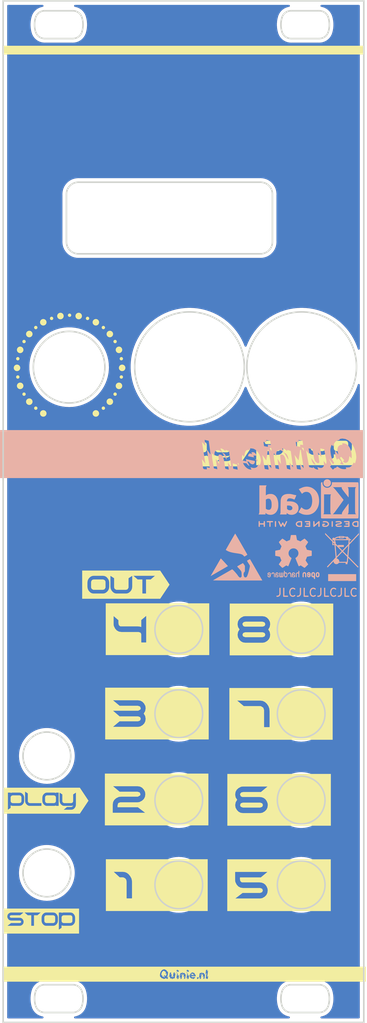
<source format=kicad_pcb>
(kicad_pcb (version 20211014) (generator pcbnew)
  (layers (0 "F.Cu" signal) (31 "B.Cu" signal) (34 "B.Paste" user) (35 "F.Paste" user) (36 "B.SilkS" user "B.Silkscreen") (37 "F.SilkS" user "F.Silkscreen") (38 "B.Mask" user) (39 "F.Mask" user) (44 "Edge.Cuts" user))
  (net 0 "")
  (footprint "kibuzzard-639484B1" (layer "F.Cu") (at 45.30767 77.74663)
    (fp_text reference "kibuzzard-639484B1" hide)
    (fp_text value "G***" hide)
  )
  (footprint "kibuzzard-63948DC3" (layer "F.Cu") (at 56.75767 121.82663)
    (fp_text reference "kibuzzard-63948DC3" hide)
    (fp_text value "G***" hide)
  )
  (footprint "kibuzzard-63948E1C" (layer "F.Cu") (at 56.74767 132.55663)
    (fp_text reference "kibuzzard-63948E1C" hide)
    (fp_text value "G***" hide)
  )
  (footprint "kibuzzard-63947FA2" (layer "F.Cu") (at 44.746 141.47)
    (fp_text reference "kibuzzard-63947FA2" hide)
    (fp_text value "G***" hide)
  )
  (footprint "kibuzzard-63948A6D" (layer "F.Cu") (at 26.82767 137.06663)
    (fp_text reference "kibuzzard-63948A6D" hide)
    (fp_text value "G***" hide)
  )
  (footprint "kibuzzard-63948A7B" (layer "F.Cu") (at 27.45767 121.93663)
    (fp_text reference "kibuzzard-63948A7B" hide)
    (fp_text value "G***" hide)
  )
  (footprint "kibuzzard-63948E0F" (layer "F.Cu") (at 41.36767 132.54663)
    (fp_text reference "kibuzzard-63948E0F" hide)
    (fp_text value "G***" hide)
  )
  (footprint "kibuzzard-63948DA3" (layer "F.Cu") (at 56.99767 111.02663)
    (fp_text reference "kibuzzard-63948DA3" hide)
    (fp_text value "G***" hide)
  )
  (footprint "kibuzzard-639484E0" (layer "F.Cu") (at 60.22767 77.67663)
    (fp_text reference "kibuzzard-639484E0" hide)
    (fp_text value "G***" hide)
  )
  (footprint "kibuzzard-63948D75" (layer "F.Cu") (at 41.45767 100.38663)
    (fp_text reference "kibuzzard-63948D75" hide)
    (fp_text value "G***" hide)
  )
  (footprint "kibuzzard-63947606" (layer "F.Cu") (at 44.796 143.74)
    (fp_text reference "kibuzzard-63947606" hide)
    (fp_text value "G***" hide)
  )
  (footprint "kibuzzard-63948664" (layer "F.Cu") (at 37.47767 94.78663)
    (fp_text reference "kibuzzard-63948664" hide)
    (fp_text value "G***" hide)
  )
  (footprint "kibuzzard-63948D90" (layer "F.Cu") (at 41.38767 110.98663)
    (fp_text reference "kibuzzard-63948D90" hide)
    (fp_text value "G***" hide)
  )
  (footprint "kibuzzard-63948DB2" (layer "F.Cu") (at 41.34767 121.78663)
    (fp_text reference "kibuzzard-63948DB2" hide)
    (fp_text value "G***" hide)
  )
  (footprint "kibuzzard-63948D82" (layer "F.Cu") (at 57.05767 100.41663)
    (fp_text reference "kibuzzard-63948D82" hide)
    (fp_text value "G***" hide)
  )
  (footprint "Symbol:OSHW-Logo2_7.3x6mm_SilkScreen" (layer "B.Cu") (at 58.56767 91.307696 180)
    (fp_text reference "REF**" hide)
    (fp_text value "OSHW-Logo2_7.3x6mm_SilkScreen" hide)
  )
  (footprint "Symbol:WEEE-Logo_4.2x6mm_SilkScreen" (layer "B.Cu") (at 64.67767 91.31663 180)
    (fp_text reference "REF**" hide)
    (fp_text value "WEEE-Logo_4.2x6mm_SilkScreen" hide)
  )
  (footprint "Symbol:ESD-Logo_6.6x6mm_SilkScreen" (layer "B.Cu") (at 51.38767 91.298936 180)
    (fp_text reference "REF**" hide)
    (fp_text value "ESD-Logo_6.6x6mm_SilkScreen" hide)
  )
  (footprint "Symbol:KiCad-Logo2_5mm_SilkScreen" (layer "B.Cu") (at 60.46767 84.52663 180)
    (fp_text reference "REF**" hide)
    (fp_text value "KiCad-Logo2_5mm_SilkScreen" hide)
  )
  (footprint "kibuzzard-639724E7" (layer "B.Cu") (at 44.58767 78.37663 180)
    (fp_text reference "kibuzzard-639724E7" hide)
    (fp_text value "G***" hide)
  )
  (gr_poly (pts (xy 24.674867 70.648932) (xy 24.684945 70.649698) (xy 24.694876 70.65096) (xy 24.704648 70.652705) (xy 24.714248 70.654921) (xy 24.723665 70.657595) (xy 24.732885 70.660715) (xy 24.741897 70.664268) (xy 24.750687 70.668241) (xy 24.759243 70.672624) (xy 24.767553 70.677402) (xy 24.775604 70.682563) (xy 24.783384 70.688096) (xy 24.79088 70.693987) (xy 24.79808 70.700224) (xy 24.804972 70.706794) (xy 24.811542 70.713686) (xy 24.817779 70.720886) (xy 24.82367 70.728382) (xy 24.829203 70.736162) (xy 24.834364 70.744213) (xy 24.839142 70.752523) (xy 24.843525 70.761079) (xy 24.847498 70.769869) (xy 24.851051 70.778881) (xy 24.854171 70.788101) (xy 24.856845 70.797518) (xy 24.859061 70.807118) (xy 24.860806 70.81689) (xy 24.862068 70.826821) (xy 24.862834 70.836899) (xy 24.863093 70.84711) (xy 24.862834 70.857322) (xy 24.862068 70.867399) (xy 24.860806 70.87733) (xy 24.859061 70.887102) (xy 24.856845 70.896703) (xy 24.854171 70.90612) (xy 24.851051 70.91534) (xy 24.847498 70.924351) (xy 24.843525 70.933141) (xy 24.839142 70.941697) (xy 24.834364 70.950007) (xy 24.829203 70.958059) (xy 24.82367 70.965839) (xy 24.817779 70.973335) (xy 24.811542 70.980535) (xy 24.804972 70.987427) (xy 24.79808 70.993997) (xy 24.79088 71.000234) (xy 24.783384 71.006125) (xy 24.775604 71.011657) (xy 24.767553 71.016819) (xy 24.759243 71.021597) (xy 24.750687 71.025979) (xy 24.741897 71.029953) (xy 24.732885 71.033506) (xy 24.723665 71.036626) (xy 24.714248 71.0393) (xy 24.704648 71.041516) (xy 24.694876 71.043261) (xy 24.684945 71.044523) (xy 24.674867 71.045289) (xy 24.664656 71.045547) (xy 24.654444 71.045289) (xy 24.644367 71.044523) (xy 24.634436 71.043261) (xy 24.624664 71.041516) (xy 24.615063 71.0393) (xy 24.605646 71.036626) (xy 24.596426 71.033506) (xy 24.587415 71.029953) (xy 24.578625 71.025979) (xy 24.570069 71.021597) (xy 24.561759 71.016819) (xy 24.553708 71.011657) (xy 24.545928 71.006125) (xy 24.538431 71.000234) (xy 24.531231 70.993997) (xy 24.52434 70.987427) (xy 24.517769 70.980535) (xy 24.511532 70.973335) (xy 24.505641 70.965839) (xy 24.500109 70.958059) (xy 24.494947 70.950007) (xy 24.490169 70.941697) (xy 24.485787 70.933141) (xy 24.481813 70.924351) (xy 24.47826 70.91534) (xy 24.47514 70.90612) (xy 24.472466 70.896703) (xy 24.470251 70.887102) (xy 24.468505 70.87733) (xy 24.467244 70.867399) (xy 24.466477 70.857322) (xy 24.466219 70.84711) (xy 24.466477 70.836899) (xy 24.467244 70.826821) (xy 24.468505 70.81689) (xy 24.470251 70.807118) (xy 24.472466 70.797518) (xy 24.47514 70.788101) (xy 24.47826 70.778881) (xy 24.481813 70.769869) (xy 24.485787 70.761079) (xy 24.490169 70.752523) (xy 24.494947 70.744213) (xy 24.500109 70.736162) (xy 24.505641 70.728382) (xy 24.511532 70.720886) (xy 24.517769 70.713686) (xy 24.52434 70.706794) (xy 24.531231 70.700224) (xy 24.538431 70.693987) (xy 24.545928 70.688096) (xy 24.553708 70.682563) (xy 24.561759 70.677402) (xy 24.570069 70.672624) (xy 24.578625 70.668241) (xy 24.587415 70.664268) (xy 24.596426 70.660715) (xy 24.605646 70.657595) (xy 24.615063 70.654921) (xy 24.624664 70.652705) (xy 24.634436 70.65096) (xy 24.644367 70.649698) (xy 24.654444 70.648932) (xy 24.664656 70.648674)) (layer "F.SilkS") (width 0.025) (fill solid))
  (gr_poly (pts (xy 36.629152 64.881139) (xy 36.649307 64.882671) (xy 36.669169 64.885195) (xy 36.688713 64.888686) (xy 36.707914 64.893117) (xy 36.726747 64.898465) (xy 36.745188 64.904705) (xy 36.76321 64.911811) (xy 36.78079 64.919759) (xy 36.797903 64.928523) (xy 36.814522 64.938079) (xy 36.830625 64.948402) (xy 36.846185 64.959467) (xy 36.861178 64.971249) (xy 36.875578 64.983723) (xy 36.889361 64.996864) (xy 36.902502 65.010648) (xy 36.914976 65.025048) (xy 36.926758 65.040041) (xy 36.937823 65.055601) (xy 36.948146 65.071703) (xy 36.957702 65.088323) (xy 36.966466 65.105436) (xy 36.974414 65.123016) (xy 36.98152 65.141039) (xy 36.987759 65.159479) (xy 36.993107 65.178312) (xy 36.997539 65.197513) (xy 37.001029 65.217058) (xy 37.003553 65.23692) (xy 37.005086 65.257075) (xy 37.005602 65.277498) (xy 37.005086 65.297921) (xy 37.003553 65.318076) (xy 37.001029 65.337938) (xy 36.997539 65.357482) (xy 36.993107 65.376683) (xy 36.987759 65.395517) (xy 36.98152 65.413957) (xy 36.974414 65.43198) (xy 36.966466 65.44956) (xy 36.957702 65.466672) (xy 36.948146 65.483292) (xy 36.937823 65.499395) (xy 36.926758 65.514955) (xy 36.914976 65.529948) (xy 36.902502 65.544348) (xy 36.889361 65.558131) (xy 36.875578 65.571272) (xy 36.861178 65.583746) (xy 36.846185 65.595528) (xy 36.830625 65.606593) (xy 36.814522 65.616916) (xy 36.797903 65.626473) (xy 36.78079 65.635237) (xy 36.76321 65.643185) (xy 36.745188 65.650291) (xy 36.726747 65.656531) (xy 36.707914 65.661879) (xy 36.688713 65.66631) (xy 36.669169 65.6698) (xy 36.649307 65.672324) (xy 36.629152 65.673857) (xy 36.608728 65.674373) (xy 36.588305 65.673857) (xy 36.56815 65.672324) (xy 36.548288 65.6698) (xy 36.528744 65.66631) (xy 36.509543 65.661879) (xy 36.49071 65.656531) (xy 36.472269 65.650291) (xy 36.454247 65.643185) (xy 36.436667 65.635237) (xy 36.419554 65.626473) (xy 36.402934 65.616916) (xy 36.386832 65.606593) (xy 36.371272 65.595528) (xy 36.356279 65.583746) (xy 36.341879 65.571272) (xy 36.328096 65.558131) (xy 36.314955 65.544348) (xy 36.302481 65.529948) (xy 36.290699 65.514955) (xy 36.279634 65.499395) (xy 36.269311 65.483292) (xy 36.259755 65.466672) (xy 36.250991 65.44956) (xy 36.243043 65.43198) (xy 36.235937 65.413957) (xy 36.229698 65.395517) (xy 36.22435 65.376683) (xy 36.219918 65.357482) (xy 36.216428 65.337938) (xy 36.213904 65.318076) (xy 36.212371 65.297921) (xy 36.211855 65.277498) (xy 36.212371 65.257075) (xy 36.213904 65.23692) (xy 36.216428 65.217058) (xy 36.219918 65.197513) (xy 36.22435 65.178312) (xy 36.229698 65.159479) (xy 36.235937 65.141039) (xy 36.243043 65.123016) (xy 36.250991 65.105436) (xy 36.259755 65.088323) (xy 36.269311 65.071703) (xy 36.279634 65.055601) (xy 36.290699 65.040041) (xy 36.302481 65.025048) (xy 36.314955 65.010648) (xy 36.328096 64.996864) (xy 36.341879 64.983723) (xy 36.356279 64.971249) (xy 36.371272 64.959467) (xy 36.386832 64.948402) (xy 36.402934 64.938079) (xy 36.419554 64.928523) (xy 36.436667 64.919759) (xy 36.454247 64.911811) (xy 36.472269 64.904705) (xy 36.49071 64.898465) (xy 36.509543 64.893117) (xy 36.528744 64.888686) (xy 36.548288 64.885195) (xy 36.56815 64.882671) (xy 36.588305 64.881139) (xy 36.608728 64.880622)) (layer "F.SilkS") (width 0.025) (fill solid))
  (gr_poly (pts (xy 36.629152 69.40578) (xy 36.649307 69.407313) (xy 36.669169 69.409836) (xy 36.688713 69.413327) (xy 36.707914 69.417758) (xy 36.726747 69.423106) (xy 36.745188 69.429346) (xy 36.76321 69.436452) (xy 36.78079 69.4444) (xy 36.797903 69.453164) (xy 36.814522 69.46272) (xy 36.830625 69.473043) (xy 36.846185 69.484108) (xy 36.861178 69.49589) (xy 36.875578 69.508364) (xy 36.889361 69.521505) (xy 36.902502 69.535289) (xy 36.914976 69.549689) (xy 36.926758 69.564682) (xy 36.937823 69.580242) (xy 36.948146 69.596344) (xy 36.957702 69.612964) (xy 36.966466 69.630077) (xy 36.974414 69.647657) (xy 36.98152 69.66568) (xy 36.987759 69.68412) (xy 36.993107 69.702953) (xy 36.997539 69.722154) (xy 37.001029 69.741699) (xy 37.003553 69.761561) (xy 37.005086 69.781716) (xy 37.005602 69.802139) (xy 37.005086 69.822562) (xy 37.003553 69.842717) (xy 37.001029 69.862579) (xy 36.997539 69.882123) (xy 36.993107 69.901324) (xy 36.987759 69.920158) (xy 36.98152 69.938598) (xy 36.974414 69.956621) (xy 36.966466 69.974201) (xy 36.957702 69.991313) (xy 36.948146 70.007933) (xy 36.937823 70.024036) (xy 36.926758 70.039596) (xy 36.914976 70.054589) (xy 36.902502 70.068989) (xy 36.889361 70.082772) (xy 36.875578 70.095913) (xy 36.861178 70.108387) (xy 36.846185 70.120169) (xy 36.830625 70.131234) (xy 36.814522 70.141557) (xy 36.797903 70.151114) (xy 36.78079 70.159878) (xy 36.76321 70.167826) (xy 36.745188 70.174932) (xy 36.726747 70.181172) (xy 36.707914 70.18652) (xy 36.688713 70.190951) (xy 36.669169 70.194441) (xy 36.649307 70.196965) (xy 36.629152 70.198498) (xy 36.608728 70.199014) (xy 36.588305 70.198498) (xy 36.56815 70.196965) (xy 36.548288 70.194441) (xy 36.528744 70.190951) (xy 36.509543 70.18652) (xy 36.49071 70.181172) (xy 36.472269 70.174932) (xy 36.454247 70.167826) (xy 36.436667 70.159878) (xy 36.419554 70.151114) (xy 36.402934 70.141557) (xy 36.386832 70.131234) (xy 36.371272 70.120169) (xy 36.356279 70.108387) (xy 36.341879 70.095913) (xy 36.328096 70.082772) (xy 36.314955 70.068989) (xy 36.302481 70.054589) (xy 36.290699 70.039596) (xy 36.279634 70.024036) (xy 36.269311 70.007933) (xy 36.259755 69.991313) (xy 36.250991 69.974201) (xy 36.243043 69.956621) (xy 36.235937 69.938598) (xy 36.229698 69.920158) (xy 36.22435 69.901324) (xy 36.219918 69.882123) (xy 36.216428 69.862579) (xy 36.213904 69.842717) (xy 36.212371 69.822562) (xy 36.211855 69.802139) (xy 36.212371 69.781716) (xy 36.213904 69.761561) (xy 36.216428 69.741699) (xy 36.219918 69.722154) (xy 36.22435 69.702953) (xy 36.229698 69.68412) (xy 36.235937 69.66568) (xy 36.243043 69.647657) (xy 36.250991 69.630077) (xy 36.259755 69.612964) (xy 36.269311 69.596344) (xy 36.279634 69.580242) (xy 36.290699 69.564682) (xy 36.302481 69.549689) (xy 36.314955 69.535289) (xy 36.328096 69.521505) (xy 36.341879 69.508364) (xy 36.356279 69.49589) (xy 36.371272 69.484108) (xy 36.386832 69.473043) (xy 36.402934 69.46272) (xy 36.419554 69.453164) (xy 36.436667 69.4444) (xy 36.454247 69.436452) (xy 36.472269 69.429346) (xy 36.49071 69.423106) (xy 36.509543 69.417758) (xy 36.528744 69.413327) (xy 36.548288 69.409836) (xy 36.56815 69.407313) (xy 36.588305 69.40578) (xy 36.608728 69.405263)) (layer "F.SilkS") (width 0.025) (fill solid))
  (gr_poly (pts (xy 24.197803 69.40578) (xy 24.217958 69.407313) (xy 24.23782 69.409836) (xy 24.257364 69.413327) (xy 24.276565 69.417758) (xy 24.295398 69.423106) (xy 24.313839 69.429346) (xy 24.331862 69.436452) (xy 24.349442 69.4444) (xy 24.366554 69.453164) (xy 24.383174 69.46272) (xy 24.399277 69.473043) (xy 24.414837 69.484108) (xy 24.429829 69.49589) (xy 24.44423 69.508364) (xy 24.458013 69.521505) (xy 24.471154 69.535289) (xy 24.483628 69.549689) (xy 24.49541 69.564682) (xy 24.506475 69.580242) (xy 24.516798 69.596344) (xy 24.526354 69.612964) (xy 24.535119 69.630077) (xy 24.543067 69.647657) (xy 24.550173 69.66568) (xy 24.556412 69.68412) (xy 24.56176 69.702953) (xy 24.566192 69.722154) (xy 24.569682 69.741699) (xy 24.572206 69.761561) (xy 24.573739 69.781716) (xy 24.574255 69.802139) (xy 24.573739 69.822562) (xy 24.572206 69.842717) (xy 24.569682 69.862579) (xy 24.566192 69.882123) (xy 24.56176 69.901324) (xy 24.556412 69.920158) (xy 24.550173 69.938598) (xy 24.543067 69.956621) (xy 24.535119 69.974201) (xy 24.526354 69.991313) (xy 24.516798 70.007933) (xy 24.506475 70.024036) (xy 24.49541 70.039596) (xy 24.483628 70.054589) (xy 24.471154 70.068989) (xy 24.458013 70.082772) (xy 24.44423 70.095913) (xy 24.429829 70.108387) (xy 24.414837 70.120169) (xy 24.399277 70.131234) (xy 24.383174 70.141557) (xy 24.366554 70.151114) (xy 24.349442 70.159878) (xy 24.331862 70.167826) (xy 24.313839 70.174932) (xy 24.295398 70.181172) (xy 24.276565 70.18652) (xy 24.257364 70.190951) (xy 24.23782 70.194441) (xy 24.217958 70.196965) (xy 24.197803 70.198498) (xy 24.17738 70.199014) (xy 24.156956 70.198498) (xy 24.136801 70.196965) (xy 24.116939 70.194441) (xy 24.097395 70.190951) (xy 24.078194 70.18652) (xy 24.059361 70.181172) (xy 24.04092 70.174932) (xy 24.022898 70.167826) (xy 24.005318 70.159878) (xy 23.988205 70.151114) (xy 23.971585 70.141557) (xy 23.955483 70.131234) (xy 23.939923 70.120169) (xy 23.92493 70.108387) (xy 23.910529 70.095913) (xy 23.896746 70.082772) (xy 23.883605 70.068989) (xy 23.871131 70.054589) (xy 23.859349 70.039596) (xy 23.848284 70.024036) (xy 23.837961 70.007933) (xy 23.828405 69.991313) (xy 23.81964 69.974201) (xy 23.811693 69.956621) (xy 23.804587 69.938598) (xy 23.798347 69.920158) (xy 23.792999 69.901324) (xy 23.788567 69.882123) (xy 23.785077 69.862579) (xy 23.782553 69.842717) (xy 23.781021 69.822562) (xy 23.780504 69.802139) (xy 23.781021 69.781716) (xy 23.782553 69.761561) (xy 23.785077 69.741699) (xy 23.788567 69.722154) (xy 23.792999 69.702953) (xy 23.798347 69.68412) (xy 23.804587 69.66568) (xy 23.811693 69.647657) (xy 23.81964 69.630077) (xy 23.828405 69.612964) (xy 23.837961 69.596344) (xy 23.848284 69.580242) (xy 23.859349 69.564682) (xy 23.871131 69.549689) (xy 23.883605 69.535289) (xy 23.896746 69.521505) (xy 23.910529 69.508364) (xy 23.92493 69.49589) (xy 23.939923 69.484108) (xy 23.955483 69.473043) (xy 23.971585 69.46272) (xy 23.988205 69.453164) (xy 24.005318 69.4444) (xy 24.022898 69.436452) (xy 24.04092 69.429346) (xy 24.059361 69.423106) (xy 24.078194 69.417758) (xy 24.097395 69.413327) (xy 24.116939 69.409836) (xy 24.136801 69.407313) (xy 24.156956 69.40578) (xy 24.17738 69.405263)) (layer "F.SilkS") (width 0.025) (fill solid))
  (gr_poly (pts (xy 36.91736 68.49025) (xy 36.927437 68.491016) (xy 36.937368 68.492278) (xy 36.94714 68.494023) (xy 36.95674 68.496239) (xy 36.966157 68.498913) (xy 36.975377 68.502033) (xy 36.984388 68.505586) (xy 36.993178 68.50956) (xy 37.001735 68.513942) (xy 37.010045 68.51872) (xy 37.018096 68.523881) (xy 37.025876 68.529414) (xy 37.033372 68.535305) (xy 37.040572 68.541542) (xy 37.047464 68.548112) (xy 37.054035 68.555004) (xy 37.060271 68.562204) (xy 37.066162 68.5697) (xy 37.071695 68.57748) (xy 37.076857 68.585531) (xy 37.081635 68.593841) (xy 37.086017 68.602398) (xy 37.089991 68.611188) (xy 37.093544 68.620199) (xy 37.096664 68.629419) (xy 37.099338 68.638836) (xy 37.101554 68.648436) (xy 37.103299 68.658208) (xy 37.104561 68.668139) (xy 37.105327 68.678217) (xy 37.105585 68.688428) (xy 37.105327 68.69864) (xy 37.104561 68.708718) (xy 37.103299 68.718649) (xy 37.101554 68.728421) (xy 37.099338 68.738021) (xy 37.096664 68.747438) (xy 37.093544 68.756658) (xy 37.089991 68.765669) (xy 37.086017 68.774459) (xy 37.081635 68.783016) (xy 37.076857 68.791325) (xy 37.071695 68.799377) (xy 37.066162 68.807157) (xy 37.060271 68.814653) (xy 37.054035 68.821853) (xy 37.047464 68.828745) (xy 37.040572 68.835315) (xy 37.033372 68.841552) (xy 37.025876 68.847443) (xy 37.018096 68.852976) (xy 37.010045 68.858137) (xy 37.001735 68.862915) (xy 36.993178 68.867297) (xy 36.984388 68.871271) (xy 36.975377 68.874824) (xy 36.966157 68.877944) (xy 36.95674 68.880618) (xy 36.94714 68.882834) (xy 36.937368 68.884579) (xy 36.927437 68.885841) (xy 36.91736 68.886607) (xy 36.907148 68.886865) (xy 36.896937 68.886607) (xy 36.88686 68.885841) (xy 36.876929 68.884579) (xy 36.867157 68.882834) (xy 36.857556 68.880618) (xy 36.84814 68.877944) (xy 36.83892 68.874824) (xy 36.829908 68.871271) (xy 36.821118 68.867297) (xy 36.812562 68.862915) (xy 36.804252 68.858137) (xy 36.796201 68.852976) (xy 36.788421 68.847443) (xy 36.780925 68.841552) (xy 36.773725 68.835315) (xy 36.766833 68.828745) (xy 36.760262 68.821853) (xy 36.754025 68.814653) (xy 36.748134 68.807157) (xy 36.742602 68.799377) (xy 36.73744 68.791325) (xy 36.732662 68.783016) (xy 36.72828 68.774459) (xy 36.724306 68.765669) (xy 36.720753 68.756658) (xy 36.717633 68.747438) (xy 36.714959 68.738021) (xy 36.712743 68.728421) (xy 36.710998 68.718649) (xy 36.709736 68.708718) (xy 36.70897 68.69864) (xy 36.708712 68.688428) (xy 36.70897 68.678217) (xy 36.709736 68.668139) (xy 36.710998 68.658208) (xy 36.712743 68.648436) (xy 36.714959 68.638836) (xy 36.717633 68.629419) (xy 36.720753 68.620199) (xy 36.724306 68.611188) (xy 36.72828 68.602398) (xy 36.732662 68.593841) (xy 36.73744 68.585531) (xy 36.742602 68.57748) (xy 36.748134 68.5697) (xy 36.754025 68.562204) (xy 36.760262 68.555004) (xy 36.766833 68.548112) (xy 36.773725 68.541542) (xy 36.780925 68.535305) (xy 36.788421 68.529414) (xy 36.796201 68.523881) (xy 36.804252 68.51872) (xy 36.812562 68.513942) (xy 36.821118 68.50956) (xy 36.829908 68.505586) (xy 36.83892 68.502033) (xy 36.84814 68.498913) (xy 36.857556 68.496239) (xy 36.867157 68.494023) (xy 36.876929 68.492278) (xy 36.88686 68.491016) (xy 36.896937 68.49025) (xy 36.907148 68.489992)) (layer "F.SilkS") (width 0.025) (fill solid))
  (gr_poly (pts (xy 27.106187 72.87186) (xy 27.126342 72.873392) (xy 27.146204 72.875916) (xy 27.165748 72.879406) (xy 27.184949 72.883838) (xy 27.203783 72.889186) (xy 27.222223 72.895425) (xy 27.240246 72.902531) (xy 27.257826 72.910479) (xy 27.274939 72.919243) (xy 27.291559 72.9288) (xy 27.307661 72.939123) (xy 27.323221 72.950187) (xy 27.338214 72.961969) (xy 27.352614 72.974443) (xy 27.366397 72.987584) (xy 27.379539 73.001367) (xy 27.392012 73.015768) (xy 27.403794 73.03076) (xy 27.414859 73.04632) (xy 27.425183 73.062423) (xy 27.434739 73.079043) (xy 27.443503 73.096155) (xy 27.451451 73.113735) (xy 27.458557 73.131758) (xy 27.464797 73.150198) (xy 27.470145 73.169031) (xy 27.474576 73.188232) (xy 27.478067 73.207776) (xy 27.48059 73.227638) (xy 27.482123 73.247793) (xy 27.482639 73.268217) (xy 27.482123 73.28864) (xy 27.48059 73.308795) (xy 27.478067 73.328657) (xy 27.474576 73.348201) (xy 27.470145 73.367402) (xy 27.464797 73.386235) (xy 27.458557 73.404676) (xy 27.451451 73.422698) (xy 27.443503 73.440278) (xy 27.434739 73.457391) (xy 27.425183 73.474011) (xy 27.414859 73.490113) (xy 27.403794 73.505673) (xy 27.392012 73.520666) (xy 27.379539 73.535066) (xy 27.366397 73.548849) (xy 27.352614 73.56199) (xy 27.338214 73.574464) (xy 27.323221 73.586246) (xy 27.307661 73.597311) (xy 27.291559 73.607634) (xy 27.274939 73.61719) (xy 27.257826 73.625954) (xy 27.240246 73.633902) (xy 27.222223 73.641008) (xy 27.203783 73.647248) (xy 27.184949 73.652596) (xy 27.165748 73.657027) (xy 27.146204 73.660517) (xy 27.126342 73.663041) (xy 27.106187 73.664574) (xy 27.085764 73.66509) (xy 27.065341 73.664574) (xy 27.045186 73.663041) (xy 27.025324 73.660517) (xy 27.00578 73.657027) (xy 26.986579 73.652596) (xy 26.967745 73.647248) (xy 26.949305 73.641008) (xy 26.931282 73.633902) (xy 26.913702 73.625954) (xy 26.896589 73.61719) (xy 26.879969 73.607634) (xy 26.863867 73.597311) (xy 26.848307 73.586246) (xy 26.833314 73.574464) (xy 26.818914 73.56199) (xy 26.805131 73.548849) (xy 26.791989 73.535066) (xy 26.779516 73.520666) (xy 26.767734 73.505673) (xy 26.756669 73.490113) (xy 26.746345 73.474011) (xy 26.736789 73.457391) (xy 26.728025 73.440278) (xy 26.720077 73.422698) (xy 26.712971 73.404676) (xy 26.706731 73.386235) (xy 26.701383 73.367402) (xy 26.696952 73.348201) (xy 26.693462 73.328657) (xy 26.690938 73.308795) (xy 26.689405 73.28864) (xy 26.688889 73.268217) (xy 26.689405 73.247793) (xy 26.690938 73.227638) (xy 26.693462 73.207776) (xy 26.696952 73.188232) (xy 26.701383 73.169031) (xy 26.706731 73.150198) (xy 26.712971 73.131758) (xy 26.720077 73.113735) (xy 26.728025 73.096155) (xy 26.736789 73.079043) (xy 26.746345 73.062423) (xy 26.756669 73.04632) (xy 26.767734 73.03076) (xy 26.779516 73.015768) (xy 26.791989 73.001367) (xy 26.805131 72.987584) (xy 26.818914 72.974443) (xy 26.833314 72.961969) (xy 26.848307 72.950187) (xy 26.863867 72.939123) (xy 26.879969 72.9288) (xy 26.896589 72.919243) (xy 26.913702 72.910479) (xy 26.931282 72.902531) (xy 26.949305 72.895425) (xy 26.967745 72.889186) (xy 26.986579 72.883838) (xy 27.00578 72.879406) (xy 27.025324 72.875916) (xy 27.045186 72.873392) (xy 27.065341 72.87186) (xy 27.085764 72.871343)) (layer "F.SilkS") (width 0.025) (fill solid))
  (gr_poly (pts (xy 25.346414 71.395234) (xy 25.366569 71.396767) (xy 25.386431 71.399291) (xy 25.405975 71.402781) (xy 25.425176 71.407212) (xy 25.44401 71.41256) (xy 25.46245 71.4188) (xy 25.480473 71.425906) (xy 25.498053 71.433854) (xy 25.515165 71.442618) (xy 25.531785 71.452175) (xy 25.547888 71.462498) (xy 25.563448 71.473563) (xy 25.578441 71.485345) (xy 25.592841 71.497819) (xy 25.606624 71.51096) (xy 25.619765 71.524743) (xy 25.632239 71.539143) (xy 25.644021 71.554136) (xy 25.655086 71.569696) (xy 25.665409 71.585799) (xy 25.674966 71.602419) (xy 25.68373 71.619531) (xy 25.691678 71.637111) (xy 25.698784 71.655134) (xy 25.705023 71.673574) (xy 25.710371 71.692408) (xy 25.714803 71.711609) (xy 25.718293 71.731153) (xy 25.720817 71.751015) (xy 25.72235 71.77117) (xy 25.722866 71.791593) (xy 25.72235 71.812016) (xy 25.720817 71.832171) (xy 25.718293 71.852033) (xy 25.714803 71.871577) (xy 25.710371 71.890779) (xy 25.705023 71.909612) (xy 25.698784 71.928052) (xy 25.691678 71.946075) (xy 25.68373 71.963655) (xy 25.674966 71.980767) (xy 25.665409 71.997387) (xy 25.655086 72.01349) (xy 25.644021 72.02905) (xy 25.632239 72.044042) (xy 25.619765 72.058443) (xy 25.606624 72.072226) (xy 25.592841 72.085367) (xy 25.578441 72.09784) (xy 25.563448 72.109622) (xy 25.547888 72.120687) (xy 25.531785 72.13101) (xy 25.515165 72.140566) (xy 25.498053 72.149331) (xy 25.480473 72.157279) (xy 25.46245 72.164385) (xy 25.44401 72.170624) (xy 25.425176 72.175972) (xy 25.405975 72.180404) (xy 25.386431 72.183894) (xy 25.366569 72.186418) (xy 25.346414 72.18795) (xy 25.325991 72.188467) (xy 25.305568 72.18795) (xy 25.285412 72.186418) (xy 25.26555 72.183894) (xy 25.246006 72.180404) (xy 25.226805 72.175972) (xy 25.207972 72.170624) (xy 25.189531 72.164385) (xy 25.171509 72.157279) (xy 25.153929 72.149331) (xy 25.136816 72.140566) (xy 25.120196 72.13101) (xy 25.104094 72.120687) (xy 25.088534 72.109622) (xy 25.073541 72.09784) (xy 25.059141 72.085367) (xy 25.045357 72.072226) (xy 25.032216 72.058443) (xy 25.019742 72.044042) (xy 25.00796 72.02905) (xy 24.996895 72.01349) (xy 24.986572 71.997387) (xy 24.977016 71.980767) (xy 24.968252 71.963655) (xy 24.960304 71.946075) (xy 24.953198 71.928052) (xy 24.946958 71.909612) (xy 24.94161 71.890779) (xy 24.937178 71.871577) (xy 24.933688 71.852033) (xy 24.931164 71.832171) (xy 24.929632 71.812016) (xy 24.929115 71.791593) (xy 24.929632 71.77117) (xy 24.931164 71.751015) (xy 24.933688 71.731153) (xy 24.937178 71.711609) (xy 24.94161 71.692408) (xy 24.946958 71.673574) (xy 24.953198 71.655134) (xy 24.960304 71.637111) (xy 24.968252 71.619531) (xy 24.977016 71.602419) (xy 24.986572 71.585799) (xy 24.996895 71.569696) (xy 25.00796 71.554136) (xy 25.019742 71.539143) (xy 25.032216 71.524743) (xy 25.045357 71.51096) (xy 25.059141 71.497819) (xy 25.073541 71.485345) (xy 25.088534 71.473563) (xy 25.104094 71.462498) (xy 25.120196 71.452175) (xy 25.136816 71.442618) (xy 25.153929 71.433854) (xy 25.171509 71.425906) (xy 25.189531 71.4188) (xy 25.207972 71.41256) (xy 25.226805 71.407212) (xy 25.246006 71.402781) (xy 25.26555 71.399291) (xy 25.285412 71.396767) (xy 25.305568 71.395234) (xy 25.325991 71.394718)) (layer "F.SilkS") (width 0.025) (fill solid))
  (gr_poly (pts (xy 33.720769 61.415063) (xy 33.740924 61.416596) (xy 33.760786 61.419119) (xy 33.78033 61.42261) (xy 33.799531 61.427041) (xy 33.818365 61.432389) (xy 33.836805 61.438629) (xy 33.854828 61.445735) (xy 33.872408 61.453683) (xy 33.88952 61.462447) (xy 33.90614 61.472003) (xy 33.922242 61.482327) (xy 33.937802 61.493391) (xy 33.952795 61.505173) (xy 33.967195 61.517647) (xy 33.980979 61.530788) (xy 33.99412 61.544572) (xy 34.006593 61.558972) (xy 34.018375 61.573965) (xy 34.02944 61.589525) (xy 34.039763 61.605627) (xy 34.049319 61.622247) (xy 34.058084 61.63936) (xy 34.066031 61.65694) (xy 34.073138 61.674963) (xy 34.079377 61.693403) (xy 34.084725 61.712236) (xy 34.089157 61.731438) (xy 34.092647 61.750982) (xy 34.095171 61.770844) (xy 34.096703 61.790999) (xy 34.09722 61.811422) (xy 34.096703 61.831845) (xy 34.095171 61.852) (xy 34.092647 61.871862) (xy 34.089157 61.891406) (xy 34.084725 61.910607) (xy 34.079377 61.929441) (xy 34.073138 61.947881) (xy 34.066031 61.965904) (xy 34.058084 61.983484) (xy 34.049319 62.000597) (xy 34.039763 62.017216) (xy 34.02944 62.033319) (xy 34.018375 62.048879) (xy 34.006593 62.063872) (xy 33.99412 62.078272) (xy 33.980979 62.092055) (xy 33.967195 62.105196) (xy 33.952795 62.11767) (xy 33.937802 62.129452) (xy 33.922242 62.140517) (xy 33.90614 62.15084) (xy 33.88952 62.160397) (xy 33.872408 62.169161) (xy 33.854828 62.177109) (xy 33.836805 62.184215) (xy 33.818365 62.190455) (xy 33.799531 62.195803) (xy 33.78033 62.200234) (xy 33.760786 62.203724) (xy 33.740924 62.206248) (xy 33.720769 62.207781) (xy 33.700346 62.208297) (xy 33.679923 62.207781) (xy 33.659768 62.206248) (xy 33.639906 62.203724) (xy 33.620362 62.200234) (xy 33.601161 62.195803) (xy 33.582327 62.190455) (xy 33.563887 62.184215) (xy 33.545864 62.177109) (xy 33.528284 62.169161) (xy 33.511172 62.160397) (xy 33.494552 62.15084) (xy 33.47845 62.140517) (xy 33.46289 62.129452) (xy 33.447897 62.11767) (xy 33.433497 62.105196) (xy 33.419714 62.092055) (xy 33.406573 62.078272) (xy 33.394099 62.063872) (xy 33.382317 62.048879) (xy 33.371252 62.033319) (xy 33.360929 62.017216) (xy 33.351373 62.000597) (xy 33.342608 61.983484) (xy 33.334661 61.965904) (xy 33.327555 61.947881) (xy 33.321315 61.929441) (xy 33.315967 61.910607) (xy 33.311536 61.891406) (xy 33.308045 61.871862) (xy 33.305522 61.852) (xy 33.303989 61.831845) (xy 33.303473 61.811422) (xy 33.303989 61.790999) (xy 33.305522 61.770844) (xy 33.308045 61.750982) (xy 33.311536 61.731438) (xy 33.315967 61.712236) (xy 33.321315 61.693403) (xy 33.327555 61.674963) (xy 33.334661 61.65694) (xy 33.342608 61.63936) (xy 33.351373 61.622247) (xy 33.360929 61.605627) (xy 33.371252 61.589525) (xy 33.382317 61.573965) (xy 33.394099 61.558972) (xy 33.406573 61.544572) (xy 33.419714 61.530788) (xy 33.433497 61.517647) (xy 33.447897 61.505173) (xy 33.46289 61.493391) (xy 33.47845 61.482327) (xy 33.494552 61.472003) (xy 33.511172 61.462447) (xy 33.528284 61.453683) (xy 33.545864 61.445735) (xy 33.563887 61.438629) (xy 33.582327 61.432389) (xy 33.601161 61.427041) (xy 33.620362 61.42261) (xy 33.639906 61.419119) (xy 33.659768 61.416596) (xy 33.679923 61.415063) (xy 33.700346 61.414547)) (layer "F.SilkS") (width 0.025) (fill solid))
  (gr_poly (pts (xy 24.197803 64.881139) (xy 24.217958 64.882671) (xy 24.23782 64.885195) (xy 24.257364 64.888686) (xy 24.276565 64.893117) (xy 24.295398 64.898465) (xy 24.313839 64.904705) (xy 24.331862 64.911811) (xy 24.349442 64.919759) (xy 24.366554 64.928523) (xy 24.383174 64.938079) (xy 24.399277 64.948402) (xy 24.414837 64.959467) (xy 24.429829 64.971249) (xy 24.44423 64.983723) (xy 24.458013 64.996864) (xy 24.471154 65.010648) (xy 24.483628 65.025048) (xy 24.49541 65.040041) (xy 24.506475 65.055601) (xy 24.516798 65.071703) (xy 24.526354 65.088323) (xy 24.535119 65.105436) (xy 24.543067 65.123016) (xy 24.550173 65.141039) (xy 24.556412 65.159479) (xy 24.56176 65.178312) (xy 24.566192 65.197513) (xy 24.569682 65.217058) (xy 24.572206 65.23692) (xy 24.573739 65.257075) (xy 24.574255 65.277498) (xy 24.573739 65.297921) (xy 24.572206 65.318076) (xy 24.569682 65.337938) (xy 24.566192 65.357482) (xy 24.56176 65.376683) (xy 24.556412 65.395517) (xy 24.550173 65.413957) (xy 24.543067 65.43198) (xy 24.535119 65.44956) (xy 24.526354 65.466672) (xy 24.516798 65.483292) (xy 24.506475 65.499395) (xy 24.49541 65.514955) (xy 24.483628 65.529948) (xy 24.471154 65.544348) (xy 24.458013 65.558131) (xy 24.44423 65.571272) (xy 24.429829 65.583746) (xy 24.414837 65.595528) (xy 24.399277 65.606593) (xy 24.383174 65.616916) (xy 24.366554 65.626473) (xy 24.349442 65.635237) (xy 24.331862 65.643185) (xy 24.313839 65.650291) (xy 24.295398 65.656531) (xy 24.276565 65.661879) (xy 24.257364 65.66631) (xy 24.23782 65.6698) (xy 24.217958 65.672324) (xy 24.197803 65.673857) (xy 24.17738 65.674373) (xy 24.156956 65.673857) (xy 24.136801 65.672324) (xy 24.116939 65.6698) (xy 24.097395 65.66631) (xy 24.078194 65.661879) (xy 24.059361 65.656531) (xy 24.04092 65.650291) (xy 24.022898 65.643185) (xy 24.005318 65.635237) (xy 23.988205 65.626473) (xy 23.971585 65.616916) (xy 23.955483 65.606593) (xy 23.939923 65.595528) (xy 23.92493 65.583746) (xy 23.910529 65.571272) (xy 23.896746 65.558131) (xy 23.883605 65.544348) (xy 23.871131 65.529948) (xy 23.859349 65.514955) (xy 23.848284 65.499395) (xy 23.837961 65.483292) (xy 23.828405 65.466672) (xy 23.81964 65.44956) (xy 23.811693 65.43198) (xy 23.804587 65.413957) (xy 23.798347 65.395517) (xy 23.792999 65.376683) (xy 23.788567 65.357482) (xy 23.785077 65.337938) (xy 23.782553 65.318076) (xy 23.781021 65.297921) (xy 23.780504 65.277498) (xy 23.781021 65.257075) (xy 23.782553 65.23692) (xy 23.785077 65.217058) (xy 23.788567 65.197513) (xy 23.792999 65.178312) (xy 23.798347 65.159479) (xy 23.804587 65.141039) (xy 23.811693 65.123016) (xy 23.81964 65.105436) (xy 23.828405 65.088323) (xy 23.837961 65.071703) (xy 23.848284 65.055601) (xy 23.859349 65.040041) (xy 23.871131 65.025048) (xy 23.883605 65.010648) (xy 23.896746 64.996864) (xy 23.910529 64.983723) (xy 23.92493 64.971249) (xy 23.939923 64.959467) (xy 23.955483 64.948402) (xy 23.971585 64.938079) (xy 23.988205 64.928523) (xy 24.005318 64.919759) (xy 24.022898 64.911811) (xy 24.04092 64.904705) (xy 24.059361 64.898465) (xy 24.078194 64.893117) (xy 24.097395 64.888686) (xy 24.116939 64.885195) (xy 24.136801 64.882671) (xy 24.156956 64.881139) (xy 24.17738 64.880622)) (layer "F.SilkS") (width 0.025) (fill solid))
  (gr_poly (pts (xy 34.655038 72.408707) (xy 34.665116 72.409473) (xy 34.675047 72.410735) (xy 34.684819 72.41248) (xy 34.694419 72.414696) (xy 34.703836 72.41737) (xy 34.713056 72.42049) (xy 34.722067 72.424043) (xy 34.730857 72.428017) (xy 34.739413 72.432399) (xy 34.747723 72.437177) (xy 34.755774 72.442339) (xy 34.763554 72.447871) (xy 34.771051 72.453762) (xy 34.778251 72.459999) (xy 34.785143 72.46657) (xy 34.791713 72.473462) (xy 34.79795 72.480662) (xy 34.803841 72.488158) (xy 34.809374 72.495938) (xy 34.814535 72.503989) (xy 34.819313 72.512299) (xy 34.823695 72.520855) (xy 34.827669 72.529645) (xy 34.831222 72.538657) (xy 34.834342 72.547877) (xy 34.837016 72.557293) (xy 34.839232 72.566894) (xy 34.840977 72.576666) (xy 34.842239 72.586597) (xy 34.843005 72.596674) (xy 34.843264 72.606886) (xy 34.843005 72.617097) (xy 34.842239 72.627174) (xy 34.840977 72.637105) (xy 34.839232 72.646877) (xy 34.837016 72.656478) (xy 34.834342 72.665894) (xy 34.831222 72.675114) (xy 34.827669 72.684126) (xy 34.823695 72.692916) (xy 34.819313 72.701472) (xy 34.814535 72.709782) (xy 34.809374 72.717833) (xy 34.803841 72.725613) (xy 34.79795 72.733109) (xy 34.791713 72.740309) (xy 34.785143 72.747201) (xy 34.778251 72.753772) (xy 34.771051 72.760009) (xy 34.763554 72.7659) (xy 34.755774 72.771432) (xy 34.747723 72.776594) (xy 34.739413 72.781372) (xy 34.730857 72.785754) (xy 34.722067 72.789728) (xy 34.713056 72.793281) (xy 34.703836 72.796401) (xy 34.694419 72.799075) (xy 34.684819 72.801291) (xy 34.675047 72.803036) (xy 34.665116 72.804298) (xy 34.655038 72.805064) (xy 34.644827 72.805322) (xy 34.634616 72.805064) (xy 34.624538 72.804298) (xy 34.614607 72.803036) (xy 34.604835 72.801291) (xy 34.595235 72.799075) (xy 34.585818 72.796401) (xy 34.576598 72.793281) (xy 34.567587 72.789728) (xy 34.558797 72.785754) (xy 34.550241 72.781372) (xy 34.541931 72.776594) (xy 34.53388 72.771432) (xy 34.5261 72.7659) (xy 34.518603 72.760009) (xy 34.511403 72.753772) (xy 34.504511 72.747201) (xy 34.497941 72.740309) (xy 34.491704 72.733109) (xy 34.485813 72.725613) (xy 34.48028 72.717833) (xy 34.475119 72.709782) (xy 34.470341 72.701472) (xy 34.465958 72.692916) (xy 34.461985 72.684126) (xy 34.458431 72.675114) (xy 34.455312 72.665894) (xy 34.452638 72.656478) (xy 34.450422 72.646877) (xy 34.448677 72.637105) (xy 34.447415 72.627174) (xy 34.446648 72.617097) (xy 34.44639 72.606886) (xy 34.446648 72.596674) (xy 34.447415 72.586597) (xy 34.448677 72.576666) (xy 34.450422 72.566894) (xy 34.452638 72.557293) (xy 34.455312 72.547877) (xy 34.458431 72.538657) (xy 34.461985 72.529645) (xy 34.465958 72.520855) (xy 34.470341 72.512299) (xy 34.475119 72.503989) (xy 34.48028 72.495938) (xy 34.485813 72.488158) (xy 34.491704 72.480662) (xy 34.497941 72.473462) (xy 34.504511 72.46657) (xy 34.511403 72.459999) (xy 34.518603 72.453762) (xy 34.5261 72.447871) (xy 34.53388 72.442339) (xy 34.541931 72.437177) (xy 34.550241 72.432399) (xy 34.558797 72.428017) (xy 34.567587 72.424043) (xy 34.576598 72.42049) (xy 34.585818 72.41737) (xy 34.595235 72.414696) (xy 34.604835 72.41248) (xy 34.614607 72.410735) (xy 34.624538 72.409473) (xy 34.634616 72.408707) (xy 34.644827 72.408449)) (layer "F.SilkS") (width 0.025) (fill solid))
  (gr_poly (pts (xy 23.889173 66.19303) (xy 23.899251 66.193796) (xy 23.909182 66.195058) (xy 23.918954 66.196803) (xy 23.928554 66.199019) (xy 23.937971 66.201693) (xy 23.947191 66.204813) (xy 23.956202 66.208366) (xy 23.964992 66.212339) (xy 23.973549 66.216722) (xy 23.981859 66.2215) (xy 23.98991 66.226661) (xy 23.99769 66.232194) (xy 24.005186 66.238085) (xy 24.012386 66.244321) (xy 24.019278 66.250892) (xy 24.025848 66.257784) (xy 24.032085 66.264984) (xy 24.037976 66.27248) (xy 24.043509 66.28026) (xy 24.04867 66.288311) (xy 24.053448 66.296621) (xy 24.05783 66.305177) (xy 24.061804 66.313967) (xy 24.065357 66.322979) (xy 24.068477 66.332199) (xy 24.071151 66.341616) (xy 24.073367 66.351216) (xy 24.075112 66.360988) (xy 24.076374 66.370919) (xy 24.07714 66.380997) (xy 24.077398 66.391208) (xy 24.07714 66.40142) (xy 24.076374 66.411497) (xy 24.075112 66.421428) (xy 24.073367 66.4312) (xy 24.071151 66.440801) (xy 24.068477 66.450218) (xy 24.065357 66.459438) (xy 24.061804 66.468449) (xy 24.05783 66.477239) (xy 24.053448 66.485795) (xy 24.04867 66.494105) (xy 24.043509 66.502156) (xy 24.037976 66.509936) (xy 24.032085 66.517433) (xy 24.025848 66.524633) (xy 24.019278 66.531524) (xy 24.012386 66.538095) (xy 24.005186 66.544332) (xy 23.99769 66.550223) (xy 23.98991 66.555755) (xy 23.981859 66.560917) (xy 23.973549 66.565695) (xy 23.964992 66.570077) (xy 23.956202 66.574051) (xy 23.947191 66.577604) (xy 23.937971 66.580724) (xy 23.928554 66.583398) (xy 23.918954 66.585613) (xy 23.909182 66.587359) (xy 23.899251 66.58862) (xy 23.889173 66.589387) (xy 23.878962 66.589645) (xy 23.86875 66.589387) (xy 23.858673 66.58862) (xy 23.848742 66.587359) (xy 23.838969 66.585613) (xy 23.829369 66.583398) (xy 23.819952 66.580724) (xy 23.810732 66.577604) (xy 23.801721 66.574051) (xy 23.792931 66.570077) (xy 23.784375 66.565695) (xy 23.776065 66.560917) (xy 23.768013 66.555755) (xy 23.760233 66.550223) (xy 23.752737 66.544332) (xy 23.745537 66.538095) (xy 23.738645 66.531524) (xy 23.732075 66.524633) (xy 23.725838 66.517433) (xy 23.719947 66.509936) (xy 23.714415 66.502156) (xy 23.709253 66.494105) (xy 23.704475 66.485795) (xy 23.700093 66.477239) (xy 23.696119 66.468449) (xy 23.692566 66.459438) (xy 23.689446 66.450218) (xy 23.686772 66.440801) (xy 23.684556 66.4312) (xy 23.682811 66.421428) (xy 23.681549 66.411497) (xy 23.680783 66.40142) (xy 23.680525 66.391208) (xy 23.680783 66.380997) (xy 23.681549 66.370919) (xy 23.682811 66.360988) (xy 23.684556 66.351216) (xy 23.686772 66.341616) (xy 23.689446 66.332199) (xy 23.692566 66.322979) (xy 23.696119 66.313967) (xy 23.700093 66.305177) (xy 23.704475 66.296621) (xy 23.709253 66.288311) (xy 23.714415 66.28026) (xy 23.719947 66.27248) (xy 23.725838 66.264984) (xy 23.732075 66.257784) (xy 23.738645 66.250892) (xy 23.745537 66.244321) (xy 23.752737 66.238085) (xy 23.760233 66.232194) (xy 23.768013 66.226661) (xy 23.776065 66.2215) (xy 23.784375 66.216722) (xy 23.792931 66.212339) (xy 23.801721 66.208366) (xy 23.810732 66.204813) (xy 23.819952 66.201693) (xy 23.829369 66.199019) (xy 23.838969 66.196803) (xy 23.848742 66.195058) (xy 23.858673 66.193796) (xy 23.86875 66.19303) (xy 23.878962 66.192771)) (layer "F.SilkS") (width 0.025) (fill solid))
  (gr_poly (pts (xy 32.665586 61.125965) (xy 32.675663 61.126732) (xy 32.685594 61.127994) (xy 32.695366 61.129739) (xy 32.704967 61.131954) (xy 32.714383 61.134628) (xy 32.723603 61.137748) (xy 32.732615 61.141301) (xy 32.741405 61.145275) (xy 32.749961 61.149657) (xy 32.758271 61.154435) (xy 32.766322 61.159597) (xy 32.774102 61.165129) (xy 32.781598 61.17102) (xy 32.788799 61.177257) (xy 32.79569 61.183828) (xy 32.802261 61.190719) (xy 32.808498 61.197919) (xy 32.814389 61.205416) (xy 32.819921 61.213196) (xy 32.825083 61.221247) (xy 32.829861 61.229557) (xy 32.834243 61.238113) (xy 32.838217 61.246903) (xy 32.84177 61.255914) (xy 32.84489 61.265135) (xy 32.847564 61.274551) (xy 32.84978 61.284152) (xy 32.851525 61.293924) (xy 32.852787 61.303855) (xy 32.853553 61.313932) (xy 32.853811 61.324144) (xy 32.853553 61.334356) (xy 32.852787 61.344433) (xy 32.851525 61.354364) (xy 32.84978 61.364136) (xy 32.847564 61.373737) (xy 32.84489 61.383153) (xy 32.84177 61.392373) (xy 32.838217 61.401385) (xy 32.834243 61.410175) (xy 32.829861 61.418731) (xy 32.825083 61.427041) (xy 32.819921 61.435092) (xy 32.814389 61.442872) (xy 32.808498 61.450368) (xy 32.802261 61.457569) (xy 32.79569 61.46446) (xy 32.788799 61.471031) (xy 32.781598 61.477268) (xy 32.774102 61.483159) (xy 32.766322 61.488691) (xy 32.758271 61.493853) (xy 32.749961 61.498631) (xy 32.741405 61.503013) (xy 32.732615 61.506987) (xy 32.723603 61.51054) (xy 32.714383 61.513659) (xy 32.704967 61.516333) (xy 32.695366 61.518549) (xy 32.685594 61.520294) (xy 32.675663 61.521556) (xy 32.665586 61.522322) (xy 32.655375 61.522581) (xy 32.645163 61.522322) (xy 32.635086 61.521556) (xy 32.625155 61.520294) (xy 32.615383 61.518549) (xy 32.605783 61.516333) (xy 32.596366 61.513659) (xy 32.587146 61.51054) (xy 32.578135 61.506987) (xy 32.569345 61.503013) (xy 32.560788 61.498631) (xy 32.552478 61.493853) (xy 32.544427 61.488691) (xy 32.536647 61.483159) (xy 32.529151 61.477268) (xy 32.521951 61.471031) (xy 32.515059 61.46446) (xy 32.508489 61.457569) (xy 32.502252 61.450368) (xy 32.496361 61.442872) (xy 32.490828 61.435092) (xy 32.485666 61.427041) (xy 32.480888 61.418731) (xy 32.476506 61.410175) (xy 32.472532 61.401385) (xy 32.468979 61.392373) (xy 32.465859 61.383153) (xy 32.463185 61.373737) (xy 32.460969 61.364136) (xy 32.459224 61.354364) (xy 32.457962 61.344433) (xy 32.457196 61.334356) (xy 32.456938 61.324144) (xy 32.457196 61.313932) (xy 32.457962 61.303855) (xy 32.459224 61.293924) (xy 32.460969 61.284152) (xy 32.463185 61.274551) (xy 32.465859 61.265135) (xy 32.468979 61.255914) (xy 32.472532 61.246903) (xy 32.476506 61.238113) (xy 32.480888 61.229557) (xy 32.485666 61.221247) (xy 32.490828 61.213196) (xy 32.496361 61.205416) (xy 32.502252 61.197919) (xy 32.508489 61.190719) (xy 32.515059 61.183828) (xy 32.521951 61.177257) (xy 32.529151 61.17102) (xy 32.536647 61.165129) (xy 32.544427 61.159597) (xy 32.552478 61.154435) (xy 32.560788 61.149657) (xy 32.569345 61.145275) (xy 32.578135 61.141301) (xy 32.587146 61.137748) (xy 32.596366 61.134628) (xy 32.605783 61.131954) (xy 32.615383 61.129739) (xy 32.625155 61.127994) (xy 32.635086 61.126732) (xy 32.645163 61.125965) (xy 32.655375 61.125707)) (layer "F.SilkS") (width 0.025) (fill solid))
  (gr_poly (pts (xy 26.151495 72.408707) (xy 26.161572 72.409473) (xy 26.171503 72.410735) (xy 26.181275 72.41248) (xy 26.190876 72.414696) (xy 26.200292 72.41737) (xy 26.209513 72.42049) (xy 26.218524 72.424043) (xy 26.227314 72.428017) (xy 26.23587 72.432399) (xy 26.24418 72.437177) (xy 26.252231 72.442339) (xy 26.260011 72.447871) (xy 26.267508 72.453762) (xy 26.274708 72.459999) (xy 26.281599 72.46657) (xy 26.28817 72.473462) (xy 26.294407 72.480662) (xy 26.300298 72.488158) (xy 26.30583 72.495938) (xy 26.310992 72.503989) (xy 26.31577 72.512299) (xy 26.320152 72.520855) (xy 26.324126 72.529645) (xy 26.327679 72.538657) (xy 26.330799 72.547877) (xy 26.333473 72.557293) (xy 26.335688 72.566894) (xy 26.337433 72.576666) (xy 26.338695 72.586597) (xy 26.339462 72.596674) (xy 26.33972 72.606886) (xy 26.339462 72.617097) (xy 26.338695 72.627174) (xy 26.337433 72.637105) (xy 26.335688 72.646877) (xy 26.333473 72.656478) (xy 26.330799 72.665894) (xy 26.327679 72.675114) (xy 26.324126 72.684126) (xy 26.320152 72.692916) (xy 26.31577 72.701472) (xy 26.310992 72.709782) (xy 26.30583 72.717833) (xy 26.300298 72.725613) (xy 26.294407 72.733109) (xy 26.28817 72.740309) (xy 26.281599 72.747201) (xy 26.274708 72.753772) (xy 26.267508 72.760009) (xy 26.260011 72.7659) (xy 26.252231 72.771432) (xy 26.24418 72.776594) (xy 26.23587 72.781372) (xy 26.227314 72.785754) (xy 26.218524 72.789728) (xy 26.209513 72.793281) (xy 26.200292 72.796401) (xy 26.190876 72.799075) (xy 26.181275 72.801291) (xy 26.171503 72.803036) (xy 26.161572 72.804298) (xy 26.151495 72.805064) (xy 26.141283 72.805322) (xy 26.131072 72.805064) (xy 26.120994 72.804298) (xy 26.111063 72.803036) (xy 26.101291 72.801291) (xy 26.09169 72.799075) (xy 26.082274 72.796401) (xy 26.073054 72.793281) (xy 26.064042 72.789728) (xy 26.055252 72.785754) (xy 26.046696 72.781372) (xy 26.038386 72.776594) (xy 26.030335 72.771432) (xy 26.022555 72.7659) (xy 26.015059 72.760009) (xy 26.007858 72.753772) (xy 26.000967 72.747201) (xy 25.994396 72.740309) (xy 25.988159 72.733109) (xy 25.982269 72.725613) (xy 25.976736 72.717833) (xy 25.971575 72.709782) (xy 25.966796 72.701472) (xy 25.962414 72.692916) (xy 25.95844 72.684126) (xy 25.954887 72.675114) (xy 25.951768 72.665894) (xy 25.949094 72.656478) (xy 25.946878 72.646877) (xy 25.945133 72.637105) (xy 25.943871 72.627174) (xy 25.943105 72.617097) (xy 25.942846 72.606886) (xy 25.943105 72.596674) (xy 25.943871 72.586597) (xy 25.945133 72.576666) (xy 25.946878 72.566894) (xy 25.949094 72.557293) (xy 25.951768 72.547877) (xy 25.954887 72.538657) (xy 25.95844 72.529645) (xy 25.962414 72.520855) (xy 25.966796 72.512299) (xy 25.971575 72.503989) (xy 25.976736 72.495938) (xy 25.982269 72.488158) (xy 25.988159 72.480662) (xy 25.994396 72.473462) (xy 26.000967 72.46657) (xy 26.007858 72.459999) (xy 26.015059 72.453762) (xy 26.022555 72.447871) (xy 26.030335 72.442339) (xy 26.038386 72.437177) (xy 26.046696 72.432399) (xy 26.055252 72.428017) (xy 26.064042 72.424043) (xy 26.073054 72.42049) (xy 26.082274 72.41737) (xy 26.09169 72.414696) (xy 26.101291 72.41248) (xy 26.111063 72.410735) (xy 26.120994 72.409473) (xy 26.131072 72.408707) (xy 26.141283 72.408449)) (layer "F.SilkS") (width 0.025) (fill solid))
  (gr_poly (pts (xy 25.346414 62.891688) (xy 25.366569 62.893221) (xy 25.386431 62.895745) (xy 25.405975 62.899235) (xy 25.425176 62.903667) (xy 25.44401 62.909015) (xy 25.46245 62.915254) (xy 25.480473 62.92236) (xy 25.498053 62.930308) (xy 25.515165 62.939073) (xy 25.531785 62.948629) (xy 25.547888 62.958952) (xy 25.563448 62.970017) (xy 25.578441 62.981799) (xy 25.592841 62.994273) (xy 25.606624 63.007414) (xy 25.619765 63.021197) (xy 25.632239 63.035598) (xy 25.644021 63.05059) (xy 25.655086 63.06615) (xy 25.665409 63.082253) (xy 25.674966 63.098873) (xy 25.68373 63.115985) (xy 25.691678 63.133565) (xy 25.698784 63.151588) (xy 25.705023 63.170029) (xy 25.710371 63.188862) (xy 25.714803 63.208063) (xy 25.718293 63.227607) (xy 25.720817 63.247469) (xy 25.72235 63.267624) (xy 25.722866 63.288047) (xy 25.72235 63.308471) (xy 25.720817 63.328626) (xy 25.718293 63.348488) (xy 25.714803 63.368032) (xy 25.710371 63.387233) (xy 25.705023 63.406066) (xy 25.698784 63.424507) (xy 25.691678 63.442529) (xy 25.68373 63.460109) (xy 25.674966 63.477222) (xy 25.665409 63.493842) (xy 25.655086 63.509944) (xy 25.644021 63.525504) (xy 25.632239 63.540497) (xy 25.619765 63.554898) (xy 25.606624 63.568681) (xy 25.592841 63.581822) (xy 25.578441 63.594296) (xy 25.563448 63.606078) (xy 25.547888 63.617143) (xy 25.531785 63.627466) (xy 25.515165 63.637022) (xy 25.498053 63.645787) (xy 25.480473 63.653734) (xy 25.46245 63.660841) (xy 25.44401 63.66708) (xy 25.425176 63.672428) (xy 25.405975 63.67686) (xy 25.386431 63.68035) (xy 25.366569 63.682874) (xy 25.346414 63.684406) (xy 25.325991 63.684923) (xy 25.305568 63.684406) (xy 25.285412 63.682874) (xy 25.26555 63.68035) (xy 25.246006 63.67686) (xy 25.226805 63.672428) (xy 25.207972 63.66708) (xy 25.189531 63.660841) (xy 25.171509 63.653734) (xy 25.153929 63.645787) (xy 25.136816 63.637022) (xy 25.120196 63.627466) (xy 25.104094 63.617143) (xy 25.088534 63.606078) (xy 25.073541 63.594296) (xy 25.059141 63.581822) (xy 25.045357 63.568681) (xy 25.032216 63.554898) (xy 25.019742 63.540497) (xy 25.00796 63.525504) (xy 24.996895 63.509944) (xy 24.986572 63.493842) (xy 24.977016 63.477222) (xy 24.968252 63.460109) (xy 24.960304 63.442529) (xy 24.953198 63.424507) (xy 24.946958 63.406066) (xy 24.94161 63.387233) (xy 24.937178 63.368032) (xy 24.933688 63.348488) (xy 24.931164 63.328626) (xy 24.929632 63.308471) (xy 24.929115 63.288047) (xy 24.929632 63.267624) (xy 24.931164 63.247469) (xy 24.933688 63.227607) (xy 24.937178 63.208063) (xy 24.94161 63.188862) (xy 24.946958 63.170029) (xy 24.953198 63.151588) (xy 24.960304 63.133565) (xy 24.968252 63.115985) (xy 24.977016 63.098873) (xy 24.986572 63.082253) (xy 24.996895 63.06615) (xy 25.00796 63.05059) (xy 25.019742 63.035598) (xy 25.032216 63.021197) (xy 25.045357 63.007414) (xy 25.059141 62.994273) (xy 25.073541 62.981799) (xy 25.088534 62.970017) (xy 25.104094 62.958952) (xy 25.120196 62.948629) (xy 25.136816 62.939073) (xy 25.153929 62.930308) (xy 25.171509 62.92236) (xy 25.189531 62.915254) (xy 25.207972 62.909015) (xy 25.226805 62.903667) (xy 25.246006 62.899235) (xy 25.26555 62.895745) (xy 25.285412 62.893221) (xy 25.305568 62.891688) (xy 25.325991 62.891172)) (layer "F.SilkS") (width 0.025) (fill solid))
  (gr_poly (pts (xy 35.480543 62.891688) (xy 35.500698 62.893221) (xy 35.52056 62.895745) (xy 35.540104 62.899235) (xy 35.559305 62.903667) (xy 35.578138 62.909015) (xy 35.596578 62.915254) (xy 35.614601 62.92236) (xy 35.632181 62.930308) (xy 35.649293 62.939073) (xy 35.665913 62.948629) (xy 35.682016 62.958952) (xy 35.697576 62.970017) (xy 35.712568 62.981799) (xy 35.726969 62.994273) (xy 35.740752 63.007414) (xy 35.753893 63.021197) (xy 35.766367 63.035598) (xy 35.778149 63.05059) (xy 35.789213 63.06615) (xy 35.799536 63.082253) (xy 35.809093 63.098873) (xy 35.817857 63.115985) (xy 35.825805 63.133565) (xy 35.832911 63.151588) (xy 35.83915 63.170029) (xy 35.844498 63.188862) (xy 35.84893 63.208063) (xy 35.85242 63.227607) (xy 35.854944 63.247469) (xy 35.856476 63.267624) (xy 35.856993 63.288047) (xy 35.856476 63.308471) (xy 35.854944 63.328626) (xy 35.85242 63.348488) (xy 35.84893 63.368032) (xy 35.844498 63.387233) (xy 35.83915 63.406066) (xy 35.832911 63.424507) (xy 35.825805 63.442529) (xy 35.817857 63.460109) (xy 35.809093 63.477222) (xy 35.799536 63.493842) (xy 35.789213 63.509944) (xy 35.778149 63.525504) (xy 35.766367 63.540497) (xy 35.753893 63.554898) (xy 35.740752 63.568681) (xy 35.726969 63.581822) (xy 35.712568 63.594296) (xy 35.697576 63.606078) (xy 35.682016 63.617143) (xy 35.665913 63.627466) (xy 35.649293 63.637022) (xy 35.632181 63.645787) (xy 35.614601 63.653734) (xy 35.596578 63.660841) (xy 35.578138 63.66708) (xy 35.559305 63.672428) (xy 35.540104 63.67686) (xy 35.52056 63.68035) (xy 35.500698 63.682874) (xy 35.480543 63.684406) (xy 35.460119 63.684923) (xy 35.439696 63.684406) (xy 35.419541 63.682874) (xy 35.399679 63.68035) (xy 35.380135 63.67686) (xy 35.360934 63.672428) (xy 35.342101 63.66708) (xy 35.32366 63.660841) (xy 35.305638 63.653734) (xy 35.288058 63.645787) (xy 35.270945 63.637022) (xy 35.254325 63.627466) (xy 35.238223 63.617143) (xy 35.222663 63.606078) (xy 35.20767 63.594296) (xy 35.19327 63.581822) (xy 35.179487 63.568681) (xy 35.166346 63.554898) (xy 35.153872 63.540497) (xy 35.14209 63.525504) (xy 35.131025 63.509944) (xy 35.120702 63.493842) (xy 35.111146 63.477222) (xy 35.102382 63.460109) (xy 35.094434 63.442529) (xy 35.087328 63.424507) (xy 35.081088 63.406066) (xy 35.07574 63.387233) (xy 35.071309 63.368032) (xy 35.067819 63.348488) (xy 35.065295 63.328626) (xy 35.063762 63.308471) (xy 35.063246 63.288047) (xy 35.063762 63.267624) (xy 35.065295 63.247469) (xy 35.067819 63.227607) (xy 35.071309 63.208063) (xy 35.07574 63.188862) (xy 35.081088 63.170029) (xy 35.087328 63.151588) (xy 35.094434 63.133565) (xy 35.102382 63.115985) (xy 35.111146 63.098873) (xy 35.120702 63.082253) (xy 35.131025 63.06615) (xy 35.14209 63.05059) (xy 35.153872 63.035598) (xy 35.166346 63.021197) (xy 35.179487 63.007414) (xy 35.19327 62.994273) (xy 35.20767 62.981799) (xy 35.222663 62.970017) (xy 35.238223 62.958952) (xy 35.254325 62.948629) (xy 35.270945 62.939073) (xy 35.288058 62.930308) (xy 35.305638 62.92236) (xy 35.32366 62.915254) (xy 35.342101 62.909015) (xy 35.360934 62.903667) (xy 35.380135 62.899235) (xy 35.399679 62.895745) (xy 35.419541 62.893221) (xy 35.439696 62.891688) (xy 35.460119 62.891172)) (layer "F.SilkS") (width 0.025) (fill solid))
  (gr_poly (pts (xy 29.264867 60.629367) (xy 29.285022 60.6309) (xy 29.304884 60.633423) (xy 29.324428 60.636914) (xy 29.343629 60.641345) (xy 29.362463 60.646693) (xy 29.380903 60.652933) (xy 29.398926 60.660039) (xy 29.416506 60.667987) (xy 29.433619 60.676751) (xy 29.450239 60.686307) (xy 29.466341 60.69663) (xy 29.481901 60.707695) (xy 29.496894 60.719477) (xy 29.511294 60.731951) (xy 29.525077 60.745092) (xy 29.538218 60.758876) (xy 29.550692 60.773276) (xy 29.562474 60.788269) (xy 29.573539 60.803829) (xy 29.583862 60.819931) (xy 29.593419 60.836551) (xy 29.602183 60.853664) (xy 29.610131 60.871244) (xy 29.617237 60.889267) (xy 29.623477 60.907707) (xy 29.628825 60.92654) (xy 29.633256 60.945742) (xy 29.636746 60.965286) (xy 29.63927 60.985148) (xy 29.640803 61.005303) (xy 29.641319 61.025726) (xy 29.640803 61.046149) (xy 29.63927 61.066304) (xy 29.636746 61.086166) (xy 29.633256 61.10571) (xy 29.628825 61.124911) (xy 29.623477 61.143745) (xy 29.617237 61.162185) (xy 29.610131 61.180208) (xy 29.602183 61.197788) (xy 29.593419 61.2149) (xy 29.583862 61.23152) (xy 29.573539 61.247623) (xy 29.562474 61.263183) (xy 29.550692 61.278176) (xy 29.538218 61.292576) (xy 29.525077 61.306359) (xy 29.511294 61.3195) (xy 29.496894 61.331974) (xy 29.481901 61.343756) (xy 29.466341 61.354821) (xy 29.450239 61.365144) (xy 29.433619 61.374701) (xy 29.416506 61.383465) (xy 29.398926 61.391413) (xy 29.380903 61.398519) (xy 29.362463 61.404759) (xy 29.343629 61.410107) (xy 29.324428 61.414538) (xy 29.304884 61.418028) (xy 29.285022 61.420552) (xy 29.264867 61.422085) (xy 29.244444 61.422601) (xy 29.224021 61.422085) (xy 29.203866 61.420552) (xy 29.184004 61.418028) (xy 29.16446 61.414538) (xy 29.145258 61.410107) (xy 29.126425 61.404759) (xy 29.107985 61.398519) (xy 29.089962 61.391413) (xy 29.072382 61.383465) (xy 29.055269 61.374701) (xy 29.038649 61.365144) (xy 29.022547 61.354821) (xy 29.006987 61.343756) (xy 28.991994 61.331974) (xy 28.977594 61.3195) (xy 28.963811 61.306359) (xy 28.950669 61.292576) (xy 28.938195 61.278176) (xy 28.926414 61.263183) (xy 28.915349 61.247623) (xy 28.905025 61.23152) (xy 28.895469 61.2149) (xy 28.886705 61.197788) (xy 28.878757 61.180208) (xy 28.871651 61.162185) (xy 28.865411 61.143745) (xy 28.860063 61.124911) (xy 28.855632 61.10571) (xy 28.852141 61.086166) (xy 28.849618 61.066304) (xy 28.848085 61.046149) (xy 28.847569 61.025726) (xy 28.848085 61.005303) (xy 28.849618 60.985148) (xy 28.852141 60.965286) (xy 28.855632 60.945742) (xy 28.860063 60.92654) (xy 28.865411 60.907707) (xy 28.871651 60.889267) (xy 28.878757 60.871244) (xy 28.886705 60.853664) (xy 28.895469 60.836551) (xy 28.905025 60.819931) (xy 28.915349 60.803829) (xy 28.926414 60.788269) (xy 28.938195 60.773276) (xy 28.950669 60.758876) (xy 28.963811 60.745092) (xy 28.977594 60.731951) (xy 28.991994 60.719477) (xy 29.006987 60.707695) (xy 29.022547 60.69663) (xy 29.038649 60.686307) (xy 29.055269 60.676751) (xy 29.072382 60.667987) (xy 29.089962 60.660039) (xy 29.107985 60.652933) (xy 29.126425 60.646693) (xy 29.145258 60.641345) (xy 29.16446 60.636914) (xy 29.184004 60.633423) (xy 29.203866 60.6309) (xy 29.224021 60.629367) (xy 29.244444 60.628851)) (layer "F.SilkS") (width 0.025) (fill solid))
  (gr_poly (pts (xy 36.91736 66.19303) (xy 36.927437 66.193796) (xy 36.937368 66.195058) (xy 36.94714 66.196803) (xy 36.95674 66.199019) (xy 36.966157 66.201693) (xy 36.975377 66.204813) (xy 36.984388 66.208366) (xy 36.993178 66.212339) (xy 37.001735 66.216722) (xy 37.010045 66.2215) (xy 37.018096 66.226661) (xy 37.025876 66.232194) (xy 37.033372 66.238085) (xy 37.040572 66.244321) (xy 37.047464 66.250892) (xy 37.054035 66.257784) (xy 37.060271 66.264984) (xy 37.066162 66.27248) (xy 37.071695 66.28026) (xy 37.076857 66.288311) (xy 37.081635 66.296621) (xy 37.086017 66.305177) (xy 37.089991 66.313967) (xy 37.093544 66.322979) (xy 37.096664 66.332199) (xy 37.099338 66.341616) (xy 37.101554 66.351216) (xy 37.103299 66.360988) (xy 37.104561 66.370919) (xy 37.105327 66.380997) (xy 37.105585 66.391208) (xy 37.105327 66.40142) (xy 37.104561 66.411497) (xy 37.103299 66.421428) (xy 37.101554 66.4312) (xy 37.099338 66.440801) (xy 37.096664 66.450218) (xy 37.093544 66.459438) (xy 37.089991 66.468449) (xy 37.086017 66.477239) (xy 37.081635 66.485795) (xy 37.076857 66.494105) (xy 37.071695 66.502156) (xy 37.066162 66.509936) (xy 37.060271 66.517433) (xy 37.054035 66.524633) (xy 37.047464 66.531524) (xy 37.040572 66.538095) (xy 37.033372 66.544332) (xy 37.025876 66.550223) (xy 37.018096 66.555755) (xy 37.010045 66.560917) (xy 37.001735 66.565695) (xy 36.993178 66.570077) (xy 36.984388 66.574051) (xy 36.975377 66.577604) (xy 36.966157 66.580724) (xy 36.95674 66.583398) (xy 36.94714 66.585613) (xy 36.937368 66.587359) (xy 36.927437 66.58862) (xy 36.91736 66.589387) (xy 36.907148 66.589645) (xy 36.896937 66.589387) (xy 36.88686 66.58862) (xy 36.876929 66.587359) (xy 36.867157 66.585613) (xy 36.857556 66.583398) (xy 36.84814 66.580724) (xy 36.83892 66.577604) (xy 36.829908 66.574051) (xy 36.821118 66.570077) (xy 36.812562 66.565695) (xy 36.804252 66.560917) (xy 36.796201 66.555755) (xy 36.788421 66.550223) (xy 36.780925 66.544332) (xy 36.773725 66.538095) (xy 36.766833 66.531524) (xy 36.760262 66.524633) (xy 36.754025 66.517433) (xy 36.748134 66.509936) (xy 36.742602 66.502156) (xy 36.73744 66.494105) (xy 36.732662 66.485795) (xy 36.72828 66.477239) (xy 36.724306 66.468449) (xy 36.720753 66.459438) (xy 36.717633 66.450218) (xy 36.714959 66.440801) (xy 36.712743 66.4312) (xy 36.710998 66.421428) (xy 36.709736 66.411497) (xy 36.70897 66.40142) (xy 36.708712 66.391208) (xy 36.70897 66.380997) (xy 36.709736 66.370919) (xy 36.710998 66.360988) (xy 36.712743 66.351216) (xy 36.714959 66.341616) (xy 36.717633 66.332199) (xy 36.720753 66.322979) (xy 36.724306 66.313967) (xy 36.72828 66.305177) (xy 36.732662 66.296621) (xy 36.73744 66.288311) (xy 36.742602 66.28026) (xy 36.748134 66.27248) (xy 36.754025 66.264984) (xy 36.760262 66.257784) (xy 36.766833 66.250892) (xy 36.773725 66.244321) (xy 36.780925 66.238085) (xy 36.788421 66.232194) (xy 36.796201 66.226661) (xy 36.804252 66.2215) (xy 36.812562 66.216722) (xy 36.821118 66.212339) (xy 36.829908 66.208366) (xy 36.83892 66.204813) (xy 36.84814 66.201693) (xy 36.857556 66.199019) (xy 36.867157 66.196803) (xy 36.876929 66.195058) (xy 36.88686 66.193796) (xy 36.896937 66.19303) (xy 36.907148 66.192771)) (layer "F.SilkS") (width 0.025) (fill solid))
  (gr_poly (pts (xy 23.798894 67.14346) (xy 23.819049 67.144993) (xy 23.838911 67.147517) (xy 23.858455 67.151007) (xy 23.877657 67.155439) (xy 23.89649 67.160787) (xy 23.91493 67.167026) (xy 23.932953 67.174132) (xy 23.950533 67.18208) (xy 23.967646 67.190845) (xy 23.984266 67.200401) (xy 24.000368 67.210724) (xy 24.015928 67.221789) (xy 24.030921 67.233571) (xy 24.045321 67.246045) (xy 24.059105 67.259186) (xy 24.072246 67.272969) (xy 24.08472 67.28737) (xy 24.096501 67.302362) (xy 24.107566 67.317922) (xy 24.11789 67.334025) (xy 24.127446 67.350645) (xy 24.13621 67.367757) (xy 24.144158 67.385337) (xy 24.151264 67.40336) (xy 24.157504 67.421801) (xy 24.162852 67.440634) (xy 24.167283 67.459835) (xy 24.170774 67.479379) (xy 24.173297 67.499241) (xy 24.17483 67.519396) (xy 24.175346 67.539819) (xy 24.17483 67.560242) (xy 24.173297 67.580398) (xy 24.170774 67.60026) (xy 24.167283 67.619804) (xy 24.162852 67.639005) (xy 24.157504 67.657838) (xy 24.151264 67.676279) (xy 24.144158 67.694301) (xy 24.13621 67.711881) (xy 24.127446 67.728994) (xy 24.11789 67.745614) (xy 24.107566 67.761716) (xy 24.096501 67.777276) (xy 24.08472 67.792269) (xy 24.072246 67.80667) (xy 24.059105 67.820453) (xy 24.045321 67.833594) (xy 24.030921 67.846068) (xy 24.015928 67.85785) (xy 24.000368 67.868915) (xy 23.984266 67.879238) (xy 23.967646 67.888794) (xy 23.950533 67.897559) (xy 23.932953 67.905506) (xy 23.91493 67.912612) (xy 23.89649 67.918852) (xy 23.877657 67.9242) (xy 23.858455 67.928632) (xy 23.838911 67.932122) (xy 23.819049 67.934646) (xy 23.798894 67.936178) (xy 23.778471 67.936695) (xy 23.758048 67.936178) (xy 23.737893 67.934646) (xy 23.718031 67.932122) (xy 23.698487 67.928632) (xy 23.679286 67.9242) (xy 23.660452 67.918852) (xy 23.642012 67.912612) (xy 23.623989 67.905506) (xy 23.606409 67.897559) (xy 23.589296 67.888794) (xy 23.572677 67.879238) (xy 23.556574 67.868915) (xy 23.541014 67.85785) (xy 23.526021 67.846068) (xy 23.511621 67.833594) (xy 23.497838 67.820453) (xy 23.484697 67.80667) (xy 23.472223 67.792269) (xy 23.460441 67.777276) (xy 23.449376 67.761716) (xy 23.439053 67.745614) (xy 23.429496 67.728994) (xy 23.420732 67.711881) (xy 23.412784 67.694301) (xy 23.405678 67.676279) (xy 23.399438 67.657838) (xy 23.39409 67.639005) (xy 23.389659 67.619804) (xy 23.386169 67.60026) (xy 23.383645 67.580398) (xy 23.382112 67.560242) (xy 23.381596 67.539819) (xy 23.382112 67.519396) (xy 23.383645 67.499241) (xy 23.386169 67.479379) (xy 23.389659 67.459835) (xy 23.39409 67.440634) (xy 23.399438 67.421801) (xy 23.405678 67.40336) (xy 23.412784 67.385337) (xy 23.420732 67.367757) (xy 23.429496 67.350645) (xy 23.439053 67.334025) (xy 23.449376 67.317922) (xy 23.460441 67.302362) (xy 23.472223 67.28737) (xy 23.484697 67.272969) (xy 23.497838 67.259186) (xy 23.511621 67.246045) (xy 23.526021 67.233571) (xy 23.541014 67.221789) (xy 23.556574 67.210724) (xy 23.572677 67.200401) (xy 23.589296 67.190845) (xy 23.606409 67.18208) (xy 23.623989 67.174132) (xy 23.642012 67.167026) (xy 23.660452 67.160787) (xy 23.679286 67.155439) (xy 23.698487 67.151007) (xy 23.718031 67.147517) (xy 23.737893 67.144993) (xy 23.758048 67.14346) (xy 23.778471 67.142944)) (layer "F.SilkS") (width 0.025) (fill solid))
  (gr_poly (pts (xy 27.106187 61.415063) (xy 27.126342 61.416596) (xy 27.146204 61.419119) (xy 27.165748 61.42261) (xy 27.184949 61.427041) (xy 27.203783 61.432389) (xy 27.222223 61.438629) (xy 27.240246 61.445735) (xy 27.257826 61.453683) (xy 27.274939 61.462447) (xy 27.291559 61.472003) (xy 27.307661 61.482327) (xy 27.323221 61.493391) (xy 27.338214 61.505173) (xy 27.352614 61.517647) (xy 27.366397 61.530788) (xy 27.379539 61.544572) (xy 27.392012 61.558972) (xy 27.403794 61.573965) (xy 27.414859 61.589525) (xy 27.425183 61.605627) (xy 27.434739 61.622247) (xy 27.443503 61.63936) (xy 27.451451 61.65694) (xy 27.458557 61.674963) (xy 27.464797 61.693403) (xy 27.470145 61.712236) (xy 27.474576 61.731438) (xy 27.478067 61.750982) (xy 27.48059 61.770844) (xy 27.482123 61.790999) (xy 27.482639 61.811422) (xy 27.482123 61.831845) (xy 27.48059 61.852) (xy 27.478067 61.871862) (xy 27.474576 61.891406) (xy 27.470145 61.910607) (xy 27.464797 61.929441) (xy 27.458557 61.947881) (xy 27.451451 61.965904) (xy 27.443503 61.983484) (xy 27.434739 62.000597) (xy 27.425183 62.017216) (xy 27.414859 62.033319) (xy 27.403794 62.048879) (xy 27.392012 62.063872) (xy 27.379539 62.078272) (xy 27.366397 62.092055) (xy 27.352614 62.105196) (xy 27.338214 62.11767) (xy 27.323221 62.129452) (xy 27.307661 62.140517) (xy 27.291559 62.15084) (xy 27.274939 62.160397) (xy 27.257826 62.169161) (xy 27.240246 62.177109) (xy 27.222223 62.184215) (xy 27.203783 62.190455) (xy 27.184949 62.195803) (xy 27.165748 62.200234) (xy 27.146204 62.203724) (xy 27.126342 62.206248) (xy 27.106187 62.207781) (xy 27.085764 62.208297) (xy 27.065341 62.207781) (xy 27.045186 62.206248) (xy 27.025324 62.203724) (xy 27.00578 62.200234) (xy 26.986579 62.195803) (xy 26.967745 62.190455) (xy 26.949305 62.184215) (xy 26.931282 62.177109) (xy 26.913702 62.169161) (xy 26.896589 62.160397) (xy 26.879969 62.15084) (xy 26.863867 62.140517) (xy 26.848307 62.129452) (xy 26.833314 62.11767) (xy 26.818914 62.105196) (xy 26.805131 62.092055) (xy 26.791989 62.078272) (xy 26.779516 62.063872) (xy 26.767734 62.048879) (xy 26.756669 62.033319) (xy 26.746345 62.017216) (xy 26.736789 62.000597) (xy 26.728025 61.983484) (xy 26.720077 61.965904) (xy 26.712971 61.947881) (xy 26.706731 61.929441) (xy 26.701383 61.910607) (xy 26.696952 61.891406) (xy 26.693462 61.871862) (xy 26.690938 61.852) (xy 26.689405 61.831845) (xy 26.688889 61.811422) (xy 26.689405 61.790999) (xy 26.690938 61.770844) (xy 26.693462 61.750982) (xy 26.696952 61.731438) (xy 26.701383 61.712236) (xy 26.706731 61.693403) (xy 26.712971 61.674963) (xy 26.720077 61.65694) (xy 26.728025 61.63936) (xy 26.736789 61.622247) (xy 26.746345 61.605627) (xy 26.756669 61.589525) (xy 26.767734 61.573965) (xy 26.779516 61.558972) (xy 26.791989 61.544572) (xy 26.805131 61.530788) (xy 26.818914 61.517647) (xy 26.833314 61.505173) (xy 26.848307 61.493391) (xy 26.863867 61.482327) (xy 26.879969 61.472003) (xy 26.896589 61.462447) (xy 26.913702 61.453683) (xy 26.931282 61.445735) (xy 26.949305 61.438629) (xy 26.967745 61.432389) (xy 26.986579 61.427041) (xy 27.00578 61.42261) (xy 27.025324 61.419119) (xy 27.045186 61.416596) (xy 27.065341 61.415063) (xy 27.085764 61.414547)) (layer "F.SilkS") (width 0.025) (fill solid))
  (gr_poly (pts (xy 33.720769 72.87186) (xy 33.740924 72.873392) (xy 33.760786 72.875916) (xy 33.78033 72.879406) (xy 33.799531 72.883838) (xy 33.818365 72.889186) (xy 33.836805 72.895425) (xy 33.854828 72.902531) (xy 33.872408 72.910479) (xy 33.88952 72.919243) (xy 33.90614 72.9288) (xy 33.922242 72.939123) (xy 33.937802 72.950187) (xy 33.952795 72.961969) (xy 33.967195 72.974443) (xy 33.980979 72.987584) (xy 33.99412 73.001367) (xy 34.006593 73.015768) (xy 34.018375 73.03076) (xy 34.02944 73.04632) (xy 34.039763 73.062423) (xy 34.049319 73.079043) (xy 34.058084 73.096155) (xy 34.066031 73.113735) (xy 34.073138 73.131758) (xy 34.079377 73.150198) (xy 34.084725 73.169031) (xy 34.089157 73.188232) (xy 34.092647 73.207776) (xy 34.095171 73.227638) (xy 34.096703 73.247793) (xy 34.09722 73.268217) (xy 34.096703 73.28864) (xy 34.095171 73.308795) (xy 34.092647 73.328657) (xy 34.089157 73.348201) (xy 34.084725 73.367402) (xy 34.079377 73.386235) (xy 34.073138 73.404676) (xy 34.066031 73.422698) (xy 34.058084 73.440278) (xy 34.049319 73.457391) (xy 34.039763 73.474011) (xy 34.02944 73.490113) (xy 34.018375 73.505673) (xy 34.006593 73.520666) (xy 33.99412 73.535066) (xy 33.980979 73.548849) (xy 33.967195 73.56199) (xy 33.952795 73.574464) (xy 33.937802 73.586246) (xy 33.922242 73.597311) (xy 33.90614 73.607634) (xy 33.88952 73.61719) (xy 33.872408 73.625954) (xy 33.854828 73.633902) (xy 33.836805 73.641008) (xy 33.818365 73.647248) (xy 33.799531 73.652596) (xy 33.78033 73.657027) (xy 33.760786 73.660517) (xy 33.740924 73.663041) (xy 33.720769 73.664574) (xy 33.700346 73.66509) (xy 33.679923 73.664574) (xy 33.659768 73.663041) (xy 33.639906 73.660517) (xy 33.620362 73.657027) (xy 33.601161 73.652596) (xy 33.582327 73.647248) (xy 33.563887 73.641008) (xy 33.545864 73.633902) (xy 33.528284 73.625954) (xy 33.511172 73.61719) (xy 33.494552 73.607634) (xy 33.47845 73.597311) (xy 33.46289 73.586246) (xy 33.447897 73.574464) (xy 33.433497 73.56199) (xy 33.419714 73.548849) (xy 33.406573 73.535066) (xy 33.394099 73.520666) (xy 33.382317 73.505673) (xy 33.371252 73.490113) (xy 33.360929 73.474011) (xy 33.351373 73.457391) (xy 33.342608 73.440278) (xy 33.334661 73.422698) (xy 33.327555 73.404676) (xy 33.321315 73.386235) (xy 33.315967 73.367402) (xy 33.311536 73.348201) (xy 33.308045 73.328657) (xy 33.305522 73.308795) (xy 33.303989 73.28864) (xy 33.303473 73.268217) (xy 33.303989 73.247793) (xy 33.305522 73.227638) (xy 33.308045 73.207776) (xy 33.311536 73.188232) (xy 33.315967 73.169031) (xy 33.321315 73.150198) (xy 33.327555 73.131758) (xy 33.334661 73.113735) (xy 33.342608 73.096155) (xy 33.351373 73.079043) (xy 33.360929 73.062423) (xy 33.371252 73.04632) (xy 33.382317 73.03076) (xy 33.394099 73.015768) (xy 33.406573 73.001367) (xy 33.419714 72.987584) (xy 33.433497 72.974443) (xy 33.447897 72.961969) (xy 33.46289 72.950187) (xy 33.47845 72.939123) (xy 33.494552 72.9288) (xy 33.511172 72.919243) (xy 33.528284 72.910479) (xy 33.545864 72.902531) (xy 33.563887 72.895425) (xy 33.582327 72.889186) (xy 33.601161 72.883838) (xy 33.620362 72.879406) (xy 33.639906 72.875916) (xy 33.659768 72.873392) (xy 33.679923 72.87186) (xy 33.700346 72.871343)) (layer "F.SilkS") (width 0.025) (fill solid))
  (gr_poly (pts (xy 34.655038 62.274576) (xy 34.665116 62.275343) (xy 34.675047 62.276605) (xy 34.684819 62.27835) (xy 34.694419 62.280566) (xy 34.703836 62.28324) (xy 34.713056 62.286359) (xy 34.722067 62.289912) (xy 34.730857 62.293886) (xy 34.739413 62.298268) (xy 34.747723 62.303046) (xy 34.755774 62.308208) (xy 34.763554 62.31374) (xy 34.771051 62.319631) (xy 34.778251 62.325868) (xy 34.785143 62.332439) (xy 34.791713 62.33933) (xy 34.79795 62.346531) (xy 34.803841 62.354027) (xy 34.809374 62.361807) (xy 34.814535 62.369858) (xy 34.819313 62.378168) (xy 34.823695 62.386724) (xy 34.827669 62.395514) (xy 34.831222 62.404526) (xy 34.834342 62.413746) (xy 34.837016 62.423162) (xy 34.839232 62.432763) (xy 34.840977 62.442535) (xy 34.842239 62.452466) (xy 34.843005 62.462543) (xy 34.843264 62.472755) (xy 34.843005 62.482967) (xy 34.842239 62.493044) (xy 34.840977 62.502975) (xy 34.839232 62.512747) (xy 34.837016 62.522348) (xy 34.834342 62.531764) (xy 34.831222 62.540985) (xy 34.827669 62.549996) (xy 34.823695 62.558786) (xy 34.819313 62.567342) (xy 34.814535 62.575652) (xy 34.809374 62.583703) (xy 34.803841 62.591483) (xy 34.79795 62.59898) (xy 34.791713 62.60618) (xy 34.785143 62.613071) (xy 34.778251 62.619642) (xy 34.771051 62.625879) (xy 34.763554 62.63177) (xy 34.755774 62.637302) (xy 34.747723 62.642464) (xy 34.739413 62.647242) (xy 34.730857 62.651624) (xy 34.722067 62.655598) (xy 34.713056 62.659151) (xy 34.703836 62.66227) (xy 34.694419 62.664944) (xy 34.684819 62.66716) (xy 34.675047 62.668905) (xy 34.665116 62.670167) (xy 34.655038 62.670934) (xy 34.644827 62.671192) (xy 34.634616 62.670934) (xy 34.624538 62.670167) (xy 34.614607 62.668905) (xy 34.604835 62.66716) (xy 34.595235 62.664944) (xy 34.585818 62.66227) (xy 34.576598 62.659151) (xy 34.567587 62.655598) (xy 34.558797 62.651624) (xy 34.550241 62.647242) (xy 34.541931 62.642464) (xy 34.53388 62.637302) (xy 34.5261 62.63177) (xy 34.518603 62.625879) (xy 34.511403 62.619642) (xy 34.504511 62.613071) (xy 34.497941 62.60618) (xy 34.491704 62.59898) (xy 34.485813 62.591483) (xy 34.48028 62.583703) (xy 34.475119 62.575652) (xy 34.470341 62.567342) (xy 34.465958 62.558786) (xy 34.461985 62.549996) (xy 34.458431 62.540985) (xy 34.455312 62.531764) (xy 34.452638 62.522348) (xy 34.450422 62.512747) (xy 34.448677 62.502975) (xy 34.447415 62.493044) (xy 34.446648 62.482967) (xy 34.44639 62.472755) (xy 34.446648 62.462543) (xy 34.447415 62.452466) (xy 34.448677 62.442535) (xy 34.450422 62.432763) (xy 34.452638 62.423162) (xy 34.455312 62.413746) (xy 34.458431 62.404526) (xy 34.461985 62.395514) (xy 34.465958 62.386724) (xy 34.470341 62.378168) (xy 34.475119 62.369858) (xy 34.48028 62.361807) (xy 34.485813 62.354027) (xy 34.491704 62.346531) (xy 34.497941 62.33933) (xy 34.504511 62.332439) (xy 34.511403 62.325868) (xy 34.518603 62.319631) (xy 34.5261 62.31374) (xy 34.53388 62.308208) (xy 34.541931 62.303046) (xy 34.550241 62.298268) (xy 34.558797 62.293886) (xy 34.567587 62.289912) (xy 34.576598 62.286359) (xy 34.585818 62.28324) (xy 34.595235 62.280566) (xy 34.604835 62.27835) (xy 34.614607 62.276605) (xy 34.624538 62.275343) (xy 34.634616 62.274576) (xy 34.644827 62.274318)) (layer "F.SilkS") (width 0.025) (fill solid))
  (gr_poly (pts (xy 26.151495 62.274576) (xy 26.161572 62.275343) (xy 26.171503 62.276605) (xy 26.181275 62.27835) (xy 26.190876 62.280566) (xy 26.200292 62.28324) (xy 26.209513 62.286359) (xy 26.218524 62.289912) (xy 26.227314 62.293886) (xy 26.23587 62.298268) (xy 26.24418 62.303046) (xy 26.252231 62.308208) (xy 26.260011 62.31374) (xy 26.267508 62.319631) (xy 26.274708 62.325868) (xy 26.281599 62.332439) (xy 26.28817 62.33933) (xy 26.294407 62.346531) (xy 26.300298 62.354027) (xy 26.30583 62.361807) (xy 26.310992 62.369858) (xy 26.31577 62.378168) (xy 26.320152 62.386724) (xy 26.324126 62.395514) (xy 26.327679 62.404526) (xy 26.330799 62.413746) (xy 26.333473 62.423162) (xy 26.335688 62.432763) (xy 26.337433 62.442535) (xy 26.338695 62.452466) (xy 26.339462 62.462543) (xy 26.33972 62.472755) (xy 26.339462 62.482967) (xy 26.338695 62.493044) (xy 26.337433 62.502975) (xy 26.335688 62.512747) (xy 26.333473 62.522348) (xy 26.330799 62.531764) (xy 26.327679 62.540985) (xy 26.324126 62.549996) (xy 26.320152 62.558786) (xy 26.31577 62.567342) (xy 26.310992 62.575652) (xy 26.30583 62.583703) (xy 26.300298 62.591483) (xy 26.294407 62.59898) (xy 26.28817 62.60618) (xy 26.281599 62.613071) (xy 26.274708 62.619642) (xy 26.267508 62.625879) (xy 26.260011 62.63177) (xy 26.252231 62.637302) (xy 26.24418 62.642464) (xy 26.23587 62.647242) (xy 26.227314 62.651624) (xy 26.218524 62.655598) (xy 26.209513 62.659151) (xy 26.200292 62.66227) (xy 26.190876 62.664944) (xy 26.181275 62.66716) (xy 26.171503 62.668905) (xy 26.161572 62.670167) (xy 26.151495 62.670934) (xy 26.141283 62.671192) (xy 26.131072 62.670934) (xy 26.120994 62.670167) (xy 26.111063 62.668905) (xy 26.101291 62.66716) (xy 26.09169 62.664944) (xy 26.082274 62.66227) (xy 26.073054 62.659151) (xy 26.064042 62.655598) (xy 26.055252 62.651624) (xy 26.046696 62.647242) (xy 26.038386 62.642464) (xy 26.030335 62.637302) (xy 26.022555 62.63177) (xy 26.015059 62.625879) (xy 26.007858 62.619642) (xy 26.000967 62.613071) (xy 25.994396 62.60618) (xy 25.988159 62.59898) (xy 25.982269 62.591483) (xy 25.976736 62.583703) (xy 25.971575 62.575652) (xy 25.966796 62.567342) (xy 25.962414 62.558786) (xy 25.95844 62.549996) (xy 25.954887 62.540985) (xy 25.951768 62.531764) (xy 25.949094 62.522348) (xy 25.946878 62.512747) (xy 25.945133 62.502975) (xy 25.943871 62.493044) (xy 25.943105 62.482967) (xy 25.942846 62.472755) (xy 25.943105 62.462543) (xy 25.943871 62.452466) (xy 25.945133 62.442535) (xy 25.946878 62.432763) (xy 25.949094 62.423162) (xy 25.951768 62.413746) (xy 25.954887 62.404526) (xy 25.95844 62.395514) (xy 25.962414 62.386724) (xy 25.966796 62.378168) (xy 25.971575 62.369858) (xy 25.976736 62.361807) (xy 25.982269 62.354027) (xy 25.988159 62.346531) (xy 25.994396 62.33933) (xy 26.000967 62.332439) (xy 26.007858 62.325868) (xy 26.015059 62.319631) (xy 26.022555 62.31374) (xy 26.030335 62.308208) (xy 26.038386 62.303046) (xy 26.046696 62.298268) (xy 26.055252 62.293886) (xy 26.064042 62.289912) (xy 26.073054 62.286359) (xy 26.082274 62.28324) (xy 26.09169 62.280566) (xy 26.101291 62.27835) (xy 26.111063 62.276605) (xy 26.120994 62.275343) (xy 26.131072 62.274576) (xy 26.141283 62.274318)) (layer "F.SilkS") (width 0.025) (fill solid))
  (gr_poly (pts (xy 28.140945 61.125965) (xy 28.151023 61.126732) (xy 28.160954 61.127994) (xy 28.170726 61.129739) (xy 28.180326 61.131954) (xy 28.189743 61.134628) (xy 28.198963 61.137748) (xy 28.207974 61.141301) (xy 28.216764 61.145275) (xy 28.225321 61.149657) (xy 28.233631 61.154435) (xy 28.241682 61.159597) (xy 28.249462 61.165129) (xy 28.256958 61.17102) (xy 28.264158 61.177257) (xy 28.27105 61.183828) (xy 28.27762 61.190719) (xy 28.283857 61.197919) (xy 28.289748 61.205416) (xy 28.295281 61.213196) (xy 28.300442 61.221247) (xy 28.30522 61.229557) (xy 28.309602 61.238113) (xy 28.313576 61.246903) (xy 28.317129 61.255914) (xy 28.320249 61.265135) (xy 28.322923 61.274551) (xy 28.325139 61.284152) (xy 28.326884 61.293924) (xy 28.328146 61.303855) (xy 28.328912 61.313932) (xy 28.32917 61.324144) (xy 28.328912 61.334356) (xy 28.328146 61.344433) (xy 28.326884 61.354364) (xy 28.325139 61.364136) (xy 28.322923 61.373737) (xy 28.320249 61.383153) (xy 28.317129 61.392373) (xy 28.313576 61.401385) (xy 28.309602 61.410175) (xy 28.30522 61.418731) (xy 28.300442 61.427041) (xy 28.295281 61.435092) (xy 28.289748 61.442872) (xy 28.283857 61.450368) (xy 28.27762 61.457569) (xy 28.27105 61.46446) (xy 28.264158 61.471031) (xy 28.256958 61.477268) (xy 28.249462 61.483159) (xy 28.241682 61.488691) (xy 28.233631 61.493853) (xy 28.225321 61.498631) (xy 28.216764 61.503013) (xy 28.207974 61.506987) (xy 28.198963 61.51054) (xy 28.189743 61.513659) (xy 28.180326 61.516333) (xy 28.170726 61.518549) (xy 28.160954 61.520294) (xy 28.151023 61.521556) (xy 28.140945 61.522322) (xy 28.130734 61.522581) (xy 28.120522 61.522322) (xy 28.110444 61.521556) (xy 28.100513 61.520294) (xy 28.090741 61.518549) (xy 28.081141 61.516333) (xy 28.071724 61.513659) (xy 28.062504 61.51054) (xy 28.053493 61.506987) (xy 28.044703 61.503013) (xy 28.036146 61.498631) (xy 28.027837 61.493853) (xy 28.019785 61.488691) (xy 28.012005 61.483159) (xy 28.004509 61.477268) (xy 27.997309 61.471031) (xy 27.990417 61.46446) (xy 27.983847 61.457569) (xy 27.97761 61.450368) (xy 27.971719 61.442872) (xy 27.966186 61.435092) (xy 27.961025 61.427041) (xy 27.956247 61.418731) (xy 27.951865 61.410175) (xy 27.947891 61.401385) (xy 27.944338 61.392373) (xy 27.941218 61.383153) (xy 27.938544 61.373737) (xy 27.936328 61.364136) (xy 27.934583 61.354364) (xy 27.933321 61.344433) (xy 27.932555 61.334356) (xy 27.932297 61.324144) (xy 27.932555 61.313932) (xy 27.933321 61.303855) (xy 27.934583 61.293924) (xy 27.936328 61.284152) (xy 27.938544 61.274551) (xy 27.941218 61.265135) (xy 27.944338 61.255914) (xy 27.947891 61.246903) (xy 27.951865 61.238113) (xy 27.956247 61.229557) (xy 27.961025 61.221247) (xy 27.966186 61.213196) (xy 27.971719 61.205416) (xy 27.97761 61.197919) (xy 27.983847 61.190719) (xy 27.990417 61.183828) (xy 27.997309 61.177257) (xy 28.004509 61.17102) (xy 28.012005 61.165129) (xy 28.019785 61.159597) (xy 28.027837 61.154435) (xy 28.036146 61.149657) (xy 28.044703 61.145275) (xy 28.053493 61.141301) (xy 28.062504 61.137748) (xy 28.071724 61.134628) (xy 28.081141 61.131954) (xy 28.090741 61.129739) (xy 28.100513 61.127994) (xy 28.110444 61.126732) (xy 28.120522 61.125965) (xy 28.130734 61.125707)) (layer "F.SilkS") (width 0.025) (fill solid))
  (gr_poly (pts (xy 24.674867 64.034348) (xy 24.684945 64.035114) (xy 24.694876 64.036376) (xy 24.704648 64.038121) (xy 24.714248 64.040337) (xy 24.723665 64.043011) (xy 24.732885 64.046131) (xy 24.741897 64.049684) (xy 24.750687 64.053658) (xy 24.759243 64.05804) (xy 24.767553 64.062818) (xy 24.775604 64.067979) (xy 24.783384 64.073512) (xy 24.79088 64.079403) (xy 24.79808 64.08564) (xy 24.804972 64.09221) (xy 24.811542 64.099102) (xy 24.817779 64.106302) (xy 24.82367 64.113798) (xy 24.829203 64.121578) (xy 24.834364 64.129629) (xy 24.839142 64.137939) (xy 24.843525 64.146495) (xy 24.847498 64.155286) (xy 24.851051 64.164297) (xy 24.854171 64.173517) (xy 24.856845 64.182934) (xy 24.859061 64.192534) (xy 24.860806 64.202306) (xy 24.862068 64.212237) (xy 24.862834 64.222315) (xy 24.863093 64.232526) (xy 24.862834 64.242738) (xy 24.862068 64.252815) (xy 24.860806 64.262747) (xy 24.859061 64.272519) (xy 24.856845 64.282119) (xy 24.854171 64.291536) (xy 24.851051 64.300756) (xy 24.847498 64.309767) (xy 24.843525 64.318557) (xy 24.839142 64.327113) (xy 24.834364 64.335423) (xy 24.829203 64.343475) (xy 24.82367 64.351255) (xy 24.817779 64.358751) (xy 24.811542 64.365951) (xy 24.804972 64.372843) (xy 24.79808 64.379413) (xy 24.79088 64.38565) (xy 24.783384 64.391541) (xy 24.775604 64.397073) (xy 24.767553 64.402235) (xy 24.759243 64.407013) (xy 24.750687 64.411395) (xy 24.741897 64.415369) (xy 24.732885 64.418922) (xy 24.723665 64.422042) (xy 24.714248 64.424716) (xy 24.704648 64.426932) (xy 24.694876 64.428677) (xy 24.684945 64.429939) (xy 24.674867 64.430705) (xy 24.664656 64.430963) (xy 24.654444 64.430705) (xy 24.644367 64.429939) (xy 24.634436 64.428677) (xy 24.624664 64.426932) (xy 24.615063 64.424716) (xy 24.605646 64.422042) (xy 24.596426 64.418922) (xy 24.587415 64.415369) (xy 24.578625 64.411395) (xy 24.570069 64.407013) (xy 24.561759 64.402235) (xy 24.553708 64.397073) (xy 24.545928 64.391541) (xy 24.538431 64.38565) (xy 24.531231 64.379413) (xy 24.52434 64.372843) (xy 24.517769 64.365951) (xy 24.511532 64.358751) (xy 24.505641 64.351255) (xy 24.500109 64.343475) (xy 24.494947 64.335423) (xy 24.490169 64.327113) (xy 24.485787 64.318557) (xy 24.481813 64.309767) (xy 24.47826 64.300756) (xy 24.47514 64.291536) (xy 24.472466 64.282119) (xy 24.470251 64.272519) (xy 24.468505 64.262747) (xy 24.467244 64.252815) (xy 24.466477 64.242738) (xy 24.466219 64.232526) (xy 24.466477 64.222315) (xy 24.467244 64.212237) (xy 24.468505 64.202306) (xy 24.470251 64.192534) (xy 24.472466 64.182934) (xy 24.47514 64.173517) (xy 24.47826 64.164297) (xy 24.481813 64.155286) (xy 24.485787 64.146495) (xy 24.490169 64.137939) (xy 24.494947 64.129629) (xy 24.500109 64.121578) (xy 24.505641 64.113798) (xy 24.511532 64.106302) (xy 24.517769 64.099102) (xy 24.52434 64.09221) (xy 24.531231 64.08564) (xy 24.538431 64.079403) (xy 24.545928 64.073512) (xy 24.553708 64.067979) (xy 24.561759 64.062818) (xy 24.570069 64.05804) (xy 24.578625 64.053658) (xy 24.587415 64.049684) (xy 24.596426 64.046131) (xy 24.605646 64.043011) (xy 24.615063 64.040337) (xy 24.624664 64.038121) (xy 24.634436 64.036376) (xy 24.644367 64.035114) (xy 24.654444 64.034348) (xy 24.664656 64.03409)) (layer "F.SilkS") (width 0.025) (fill solid))
  (gr_poly (pts (xy 31.562089 60.629367) (xy 31.582244 60.6309) (xy 31.602106 60.633423) (xy 31.62165 60.636914) (xy 31.640851 60.641345) (xy 31.659685 60.646693) (xy 31.678125 60.652933) (xy 31.696148 60.660039) (xy 31.713728 60.667987) (xy 31.73084 60.676751) (xy 31.74746 60.686307) (xy 31.763563 60.69663) (xy 31.779122 60.707695) (xy 31.794115 60.719477) (xy 31.808515 60.731951) (xy 31.822299 60.745092) (xy 31.83544 60.758876) (xy 31.847913 60.773276) (xy 31.859695 60.788269) (xy 31.87076 60.803829) (xy 31.881083 60.819931) (xy 31.890639 60.836551) (xy 31.899404 60.853664) (xy 31.907352 60.871244) (xy 31.914458 60.889267) (xy 31.920697 60.907707) (xy 31.926045 60.92654) (xy 31.930477 60.945742) (xy 31.933967 60.965286) (xy 31.936491 60.985148) (xy 31.938023 61.005303) (xy 31.93854 61.025726) (xy 31.938023 61.046149) (xy 31.936491 61.066304) (xy 31.933967 61.086166) (xy 31.930477 61.10571) (xy 31.926045 61.124911) (xy 31.920697 61.143745) (xy 31.914458 61.162185) (xy 31.907352 61.180208) (xy 31.899404 61.197788) (xy 31.890639 61.2149) (xy 31.881083 61.23152) (xy 31.87076 61.247623) (xy 31.859695 61.263183) (xy 31.847913 61.278176) (xy 31.83544 61.292576) (xy 31.822299 61.306359) (xy 31.808515 61.3195) (xy 31.794115 61.331974) (xy 31.779122 61.343756) (xy 31.763563 61.354821) (xy 31.74746 61.365144) (xy 31.73084 61.374701) (xy 31.713728 61.383465) (xy 31.696148 61.391413) (xy 31.678125 61.398519) (xy 31.659685 61.404759) (xy 31.640851 61.410107) (xy 31.62165 61.414538) (xy 31.602106 61.418028) (xy 31.582244 61.420552) (xy 31.562089 61.422085) (xy 31.541666 61.422601) (xy 31.521243 61.422085) (xy 31.501088 61.420552) (xy 31.481226 61.418028) (xy 31.461682 61.414538) (xy 31.442481 61.410107) (xy 31.423648 61.404759) (xy 31.405207 61.398519) (xy 31.387184 61.391413) (xy 31.369604 61.383465) (xy 31.352492 61.374701) (xy 31.335872 61.365144) (xy 31.31977 61.354821) (xy 31.30421 61.343756) (xy 31.289217 61.331974) (xy 31.274817 61.3195) (xy 31.261034 61.306359) (xy 31.247893 61.292576) (xy 31.235419 61.278176) (xy 31.223637 61.263183) (xy 31.212572 61.247623) (xy 31.202249 61.23152) (xy 31.192693 61.2149) (xy 31.183928 61.197788) (xy 31.175981 61.180208) (xy 31.168875 61.162185) (xy 31.162635 61.143745) (xy 31.157287 61.124911) (xy 31.152856 61.10571) (xy 31.149365 61.086166) (xy 31.146842 61.066304) (xy 31.145309 61.046149) (xy 31.144793 61.025726) (xy 31.145309 61.005303) (xy 31.146842 60.985148) (xy 31.149365 60.965286) (xy 31.152856 60.945742) (xy 31.157287 60.92654) (xy 31.162635 60.907707) (xy 31.168875 60.889267) (xy 31.175981 60.871244) (xy 31.183928 60.853664) (xy 31.192693 60.836551) (xy 31.202249 60.819931) (xy 31.212572 60.803829) (xy 31.223637 60.788269) (xy 31.235419 60.773276) (xy 31.247893 60.758876) (xy 31.261034 60.745092) (xy 31.274817 60.731951) (xy 31.289217 60.719477) (xy 31.30421 60.707695) (xy 31.31977 60.69663) (xy 31.335872 60.686307) (xy 31.352492 60.676751) (xy 31.369604 60.667987) (xy 31.387184 60.660039) (xy 31.405207 60.652933) (xy 31.423648 60.646693) (xy 31.442481 60.641345) (xy 31.461682 60.636914) (xy 31.481226 60.633423) (xy 31.501088 60.6309) (xy 31.521243 60.629367) (xy 31.541666 60.628851)) (layer "F.SilkS") (width 0.025) (fill solid))
  (gr_poly (pts (xy 30.403265 60.727057) (xy 30.413342 60.727823) (xy 30.423273 60.729085) (xy 30.433045 60.73083) (xy 30.442645 60.733046) (xy 30.452062 60.73572) (xy 30.461282 60.73884) (xy 30.470293 60.742393) (xy 30.479083 60.746366) (xy 30.487639 60.750749) (xy 30.495949 60.755527) (xy 30.504 60.760688) (xy 30.51178 60.766221) (xy 30.519277 60.772112) (xy 30.526477 60.778349) (xy 30.533369 60.784919) (xy 30.539939 60.791811) (xy 30.546176 60.799011) (xy 30.552067 60.806507) (xy 30.5576 60.814287) (xy 30.562761 60.822338) (xy 30.567539 60.830648) (xy 30.571922 60.839204) (xy 30.575896 60.847994) (xy 30.579449 60.857006) (xy 30.582568 60.866226) (xy 30.585242 60.875643) (xy 30.587458 60.885243) (xy 30.589203 60.895015) (xy 30.590465 60.904946) (xy 30.591232 60.915024) (xy 30.59149 60.925235) (xy 30.591232 60.935447) (xy 30.590465 60.945524) (xy 30.589203 60.955455) (xy 30.587458 60.965227) (xy 30.585242 60.974828) (xy 30.582568 60.984245) (xy 30.579449 60.993465) (xy 30.575896 61.002476) (xy 30.571922 61.011266) (xy 30.567539 61.019822) (xy 30.562761 61.028132) (xy 30.5576 61.036184) (xy 30.552067 61.043964) (xy 30.546176 61.05146) (xy 30.539939 61.05866) (xy 30.533369 61.065552) (xy 30.526477 61.072122) (xy 30.519277 61.078359) (xy 30.51178 61.08425) (xy 30.504 61.089782) (xy 30.495949 61.094944) (xy 30.487639 61.099722) (xy 30.479083 61.104104) (xy 30.470293 61.108078) (xy 30.461282 61.111631) (xy 30.452062 61.114751) (xy 30.442645 61.117425) (xy 30.433045 61.119641) (xy 30.423273 61.121386) (xy 30.413342 61.122648) (xy 30.403265 61.123414) (xy 30.393053 61.123672) (xy 30.382842 61.123414) (xy 30.372764 61.122648) (xy 30.362833 61.121386) (xy 30.353062 61.119641) (xy 30.343461 61.117425) (xy 30.334045 61.114751) (xy 30.324824 61.111631) (xy 30.315813 61.108078) (xy 30.307023 61.104104) (xy 30.298467 61.099722) (xy 30.290157 61.094944) (xy 30.282106 61.089782) (xy 30.274326 61.08425) (xy 30.266829 61.078359) (xy 30.259629 61.072122) (xy 30.252738 61.065552) (xy 30.246167 61.05866) (xy 30.23993 61.05146) (xy 30.234039 61.043964) (xy 30.228507 61.036184) (xy 30.223345 61.028132) (xy 30.218567 61.019822) (xy 30.214185 61.011266) (xy 30.210211 61.002476) (xy 30.206658 60.993465) (xy 30.203538 60.984245) (xy 30.200864 60.974828) (xy 30.198648 60.965227) (xy 30.196903 60.955455) (xy 30.195641 60.945524) (xy 30.194875 60.935447) (xy 30.194616 60.925235) (xy 30.194875 60.915024) (xy 30.195641 60.904946) (xy 30.196903 60.895015) (xy 30.198648 60.885243) (xy 30.200864 60.875643) (xy 30.203538 60.866226) (xy 30.206658 60.857006) (xy 30.210211 60.847994) (xy 30.214185 60.839204) (xy 30.218567 60.830648) (xy 30.223345 60.822338) (xy 30.228507 60.814287) (xy 30.234039 60.806507) (xy 30.23993 60.799011) (xy 30.246167 60.791811) (xy 30.252738 60.784919) (xy 30.259629 60.778349) (xy 30.266829 60.772112) (xy 30.274326 60.766221) (xy 30.282106 60.760688) (xy 30.290157 60.755527) (xy 30.298467 60.750749) (xy 30.307023 60.746366) (xy 30.315813 60.742393) (xy 30.324824 60.73884) (xy 30.334045 60.73572) (xy 30.343461 60.733046) (xy 30.353062 60.73083) (xy 30.362833 60.729085) (xy 30.372764 60.727823) (xy 30.382842 60.727057) (xy 30.393053 60.726799)) (layer "F.SilkS") (width 0.025) (fill solid))
  (gr_poly (pts (xy 35.480543 71.395234) (xy 35.500698 71.396767) (xy 35.52056 71.399291) (xy 35.540104 71.402781) (xy 35.559305 71.407212) (xy 35.578138 71.41256) (xy 35.596578 71.4188) (xy 35.614601 71.425906) (xy 35.632181 71.433854) (xy 35.649293 71.442618) (xy 35.665913 71.452175) (xy 35.682016 71.462498) (xy 35.697576 71.473563) (xy 35.712568 71.485345) (xy 35.726969 71.497819) (xy 35.740752 71.51096) (xy 35.753893 71.524743) (xy 35.766367 71.539143) (xy 35.778149 71.554136) (xy 35.789213 71.569696) (xy 35.799536 71.585799) (xy 35.809093 71.602419) (xy 35.817857 71.619531) (xy 35.825805 71.637111) (xy 35.832911 71.655134) (xy 35.83915 71.673574) (xy 35.844498 71.692408) (xy 35.84893 71.711609) (xy 35.85242 71.731153) (xy 35.854944 71.751015) (xy 35.856476 71.77117) (xy 35.856993 71.791593) (xy 35.856476 71.812016) (xy 35.854944 71.832171) (xy 35.85242 71.852033) (xy 35.84893 71.871577) (xy 35.844498 71.890779) (xy 35.83915 71.909612) (xy 35.832911 71.928052) (xy 35.825805 71.946075) (xy 35.817857 71.963655) (xy 35.809093 71.980767) (xy 35.799536 71.997387) (xy 35.789213 72.01349) (xy 35.778149 72.02905) (xy 35.766367 72.044042) (xy 35.753893 72.058443) (xy 35.740752 72.072226) (xy 35.726969 72.085367) (xy 35.712568 72.09784) (xy 35.697576 72.109622) (xy 35.682016 72.120687) (xy 35.665913 72.13101) (xy 35.649293 72.140566) (xy 35.632181 72.149331) (xy 35.614601 72.157279) (xy 35.596578 72.164385) (xy 35.578138 72.170624) (xy 35.559305 72.175972) (xy 35.540104 72.180404) (xy 35.52056 72.183894) (xy 35.500698 72.186418) (xy 35.480543 72.18795) (xy 35.460119 72.188467) (xy 35.439696 72.18795) (xy 35.419541 72.186418) (xy 35.399679 72.183894) (xy 35.380135 72.180404) (xy 35.360934 72.175972) (xy 35.342101 72.170624) (xy 35.32366 72.164385) (xy 35.305638 72.157279) (xy 35.288058 72.149331) (xy 35.270945 72.140566) (xy 35.254325 72.13101) (xy 35.238223 72.120687) (xy 35.222663 72.109622) (xy 35.20767 72.09784) (xy 35.19327 72.085367) (xy 35.179487 72.072226) (xy 35.166346 72.058443) (xy 35.153872 72.044042) (xy 35.14209 72.02905) (xy 35.131025 72.01349) (xy 35.120702 71.997387) (xy 35.111146 71.980767) (xy 35.102382 71.963655) (xy 35.094434 71.946075) (xy 35.087328 71.928052) (xy 35.081088 71.909612) (xy 35.07574 71.890779) (xy 35.071309 71.871577) (xy 35.067819 71.852033) (xy 35.065295 71.832171) (xy 35.063762 71.812016) (xy 35.063246 71.791593) (xy 35.063762 71.77117) (xy 35.065295 71.751015) (xy 35.067819 71.731153) (xy 35.071309 71.711609) (xy 35.07574 71.692408) (xy 35.081088 71.673574) (xy 35.087328 71.655134) (xy 35.094434 71.637111) (xy 35.102382 71.619531) (xy 35.111146 71.602419) (xy 35.120702 71.585799) (xy 35.131025 71.569696) (xy 35.14209 71.554136) (xy 35.153872 71.539143) (xy 35.166346 71.524743) (xy 35.179487 71.51096) (xy 35.19327 71.497819) (xy 35.20767 71.485345) (xy 35.222663 71.473563) (xy 35.238223 71.462498) (xy 35.254325 71.452175) (xy 35.270945 71.442618) (xy 35.288058 71.433854) (xy 35.305638 71.425906) (xy 35.32366 71.4188) (xy 35.342101 71.41256) (xy 35.360934 71.407212) (xy 35.380135 71.402781) (xy 35.399679 71.399291) (xy 35.419541 71.396767) (xy 35.439696 71.395234) (xy 35.460119 71.394718)) (layer "F.SilkS") (width 0.025) (fill solid))
  (gr_poly (pts (xy 23.889173 68.49025) (xy 23.899251 68.491016) (xy 23.909182 68.492278) (xy 23.918954 68.494023) (xy 23.928554 68.496239) (xy 23.937971 68.498913) (xy 23.947191 68.502033) (xy 23.956202 68.505586) (xy 23.964992 68.50956) (xy 23.973549 68.513942) (xy 23.981859 68.51872) (xy 23.98991 68.523881) (xy 23.99769 68.529414) (xy 24.005186 68.535305) (xy 24.012386 68.541542) (xy 24.019278 68.548112) (xy 24.025848 68.555004) (xy 24.032085 68.562204) (xy 24.037976 68.5697) (xy 24.043509 68.57748) (xy 24.04867 68.585531) (xy 24.053448 68.593841) (xy 24.05783 68.602398) (xy 24.061804 68.611188) (xy 24.065357 68.620199) (xy 24.068477 68.629419) (xy 24.071151 68.638836) (xy 24.073367 68.648436) (xy 24.075112 68.658208) (xy 24.076374 68.668139) (xy 24.07714 68.678217) (xy 24.077398 68.688428) (xy 24.07714 68.69864) (xy 24.076374 68.708718) (xy 24.075112 68.718649) (xy 24.073367 68.728421) (xy 24.071151 68.738021) (xy 24.068477 68.747438) (xy 24.065357 68.756658) (xy 24.061804 68.765669) (xy 24.05783 68.774459) (xy 24.053448 68.783016) (xy 24.04867 68.791325) (xy 24.043509 68.799377) (xy 24.037976 68.807157) (xy 24.032085 68.814653) (xy 24.025848 68.821853) (xy 24.019278 68.828745) (xy 24.012386 68.835315) (xy 24.005186 68.841552) (xy 23.99769 68.847443) (xy 23.98991 68.852976) (xy 23.981859 68.858137) (xy 23.973549 68.862915) (xy 23.964992 68.867297) (xy 23.956202 68.871271) (xy 23.947191 68.874824) (xy 23.937971 68.877944) (xy 23.928554 68.880618) (xy 23.918954 68.882834) (xy 23.909182 68.884579) (xy 23.899251 68.885841) (xy 23.889173 68.886607) (xy 23.878962 68.886865) (xy 23.86875 68.886607) (xy 23.858673 68.885841) (xy 23.848742 68.884579) (xy 23.838969 68.882834) (xy 23.829369 68.880618) (xy 23.819952 68.877944) (xy 23.810732 68.874824) (xy 23.801721 68.871271) (xy 23.792931 68.867297) (xy 23.784375 68.862915) (xy 23.776065 68.858137) (xy 23.768013 68.852976) (xy 23.760233 68.847443) (xy 23.752737 68.841552) (xy 23.745537 68.835315) (xy 23.738645 68.828745) (xy 23.732075 68.821853) (xy 23.725838 68.814653) (xy 23.719947 68.807157) (xy 23.714415 68.799377) (xy 23.709253 68.791325) (xy 23.704475 68.783016) (xy 23.700093 68.774459) (xy 23.696119 68.765669) (xy 23.692566 68.756658) (xy 23.689446 68.747438) (xy 23.686772 68.738021) (xy 23.684556 68.728421) (xy 23.682811 68.718649) (xy 23.681549 68.708718) (xy 23.680783 68.69864) (xy 23.680525 68.688428) (xy 23.680783 68.678217) (xy 23.681549 68.668139) (xy 23.682811 68.658208) (xy 23.684556 68.648436) (xy 23.686772 68.638836) (xy 23.689446 68.629419) (xy 23.692566 68.620199) (xy 23.696119 68.611188) (xy 23.700093 68.602398) (xy 23.704475 68.593841) (xy 23.709253 68.585531) (xy 23.714415 68.57748) (xy 23.719947 68.5697) (xy 23.725838 68.562204) (xy 23.732075 68.555004) (xy 23.738645 68.548112) (xy 23.745537 68.541542) (xy 23.752737 68.535305) (xy 23.760233 68.529414) (xy 23.768013 68.523881) (xy 23.776065 68.51872) (xy 23.784375 68.513942) (xy 23.792931 68.50956) (xy 23.801721 68.505586) (xy 23.810732 68.502033) (xy 23.819952 68.498913) (xy 23.829369 68.496239) (xy 23.838969 68.494023) (xy 23.848742 68.492278) (xy 23.858673 68.491016) (xy 23.86875 68.49025) (xy 23.878962 68.489992)) (layer "F.SilkS") (width 0.025) (fill solid))
  (gr_poly (pts (xy 36.131662 70.648932) (xy 36.141739 70.649698) (xy 36.15167 70.65096) (xy 36.161442 70.652705) (xy 36.171043 70.654921) (xy 36.180459 70.657595) (xy 36.189679 70.660715) (xy 36.198691 70.664268) (xy 36.207481 70.668241) (xy 36.216037 70.672624) (xy 36.224347 70.677402) (xy 36.232398 70.682563) (xy 36.240178 70.688096) (xy 36.247674 70.693987) (xy 36.254874 70.700224) (xy 36.261766 70.706794) (xy 36.268337 70.713686) (xy 36.274574 70.720886) (xy 36.280465 70.728382) (xy 36.285997 70.736162) (xy 36.291159 70.744213) (xy 36.295937 70.752523) (xy 36.300319 70.761079) (xy 36.304293 70.769869) (xy 36.307846 70.778881) (xy 36.310966 70.788101) (xy 36.31364 70.797518) (xy 36.315856 70.807118) (xy 36.317601 70.81689) (xy 36.318863 70.826821) (xy 36.319629 70.836899) (xy 36.319887 70.84711) (xy 36.319629 70.857322) (xy 36.318863 70.867399) (xy 36.317601 70.87733) (xy 36.315856 70.887102) (xy 36.31364 70.896703) (xy 36.310966 70.90612) (xy 36.307846 70.91534) (xy 36.304293 70.924351) (xy 36.300319 70.933141) (xy 36.295937 70.941697) (xy 36.291159 70.950007) (xy 36.285997 70.958059) (xy 36.280465 70.965839) (xy 36.274574 70.973335) (xy 36.268337 70.980535) (xy 36.261766 70.987427) (xy 36.254874 70.993997) (xy 36.247674 71.000234) (xy 36.240178 71.006125) (xy 36.232398 71.011657) (xy 36.224347 71.016819) (xy 36.216037 71.021597) (xy 36.207481 71.025979) (xy 36.198691 71.029953) (xy 36.189679 71.033506) (xy 36.180459 71.036626) (xy 36.171043 71.0393) (xy 36.161442 71.041516) (xy 36.15167 71.043261) (xy 36.141739 71.044523) (xy 36.131662 71.045289) (xy 36.12145 71.045547) (xy 36.111239 71.045289) (xy 36.101162 71.044523) (xy 36.091231 71.043261) (xy 36.081459 71.041516) (xy 36.071858 71.0393) (xy 36.062442 71.036626) (xy 36.053222 71.033506) (xy 36.04421 71.029953) (xy 36.03542 71.025979) (xy 36.026864 71.021597) (xy 36.018554 71.016819) (xy 36.010503 71.011657) (xy 36.002723 71.006125) (xy 35.995227 71.000234) (xy 35.988027 70.993997) (xy 35.981135 70.987427) (xy 35.974564 70.980535) (xy 35.968327 70.973335) (xy 35.962436 70.965839) (xy 35.956904 70.958059) (xy 35.951742 70.950007) (xy 35.946964 70.941697) (xy 35.942582 70.933141) (xy 35.938608 70.924351) (xy 35.935055 70.91534) (xy 35.931935 70.90612) (xy 35.929261 70.896703) (xy 35.927045 70.887102) (xy 35.9253 70.87733) (xy 35.924038 70.867399) (xy 35.923272 70.857322) (xy 35.923014 70.84711) (xy 35.923272 70.836899) (xy 35.924038 70.826821) (xy 35.9253 70.81689) (xy 35.927045 70.807118) (xy 35.929261 70.797518) (xy 35.931935 70.788101) (xy 35.935055 70.778881) (xy 35.938608 70.769869) (xy 35.942582 70.761079) (xy 35.946964 70.752523) (xy 35.951742 70.744213) (xy 35.956904 70.736162) (xy 35.962436 70.728382) (xy 35.968327 70.720886) (xy 35.974564 70.713686) (xy 35.981135 70.706794) (xy 35.988027 70.700224) (xy 35.995227 70.693987) (xy 36.002723 70.688096) (xy 36.010503 70.682563) (xy 36.018554 70.677402) (xy 36.026864 70.672624) (xy 36.03542 70.668241) (xy 36.04421 70.664268) (xy 36.053222 70.660715) (xy 36.062442 70.657595) (xy 36.071858 70.654921) (xy 36.081459 70.652705) (xy 36.091231 70.65096) (xy 36.101162 70.649698) (xy 36.111239 70.648932) (xy 36.12145 70.648674)) (layer "F.SilkS") (width 0.025) (fill solid))
  (gr_poly (pts (xy 36.131662 64.034348) (xy 36.141739 64.035114) (xy 36.15167 64.036376) (xy 36.161442 64.038121) (xy 36.171043 64.040337) (xy 36.180459 64.043011) (xy 36.189679 64.046131) (xy 36.198691 64.049684) (xy 36.207481 64.053658) (xy 36.216037 64.05804) (xy 36.224347 64.062818) (xy 36.232398 64.067979) (xy 36.240178 64.073512) (xy 36.247674 64.079403) (xy 36.254874 64.08564) (xy 36.261766 64.09221) (xy 36.268337 64.099102) (xy 36.274574 64.106302) (xy 36.280465 64.113798) (xy 36.285997 64.121578) (xy 36.291159 64.129629) (xy 36.295937 64.137939) (xy 36.300319 64.146495) (xy 36.304293 64.155286) (xy 36.307846 64.164297) (xy 36.310966 64.173517) (xy 36.31364 64.182934) (xy 36.315856 64.192534) (xy 36.317601 64.202306) (xy 36.318863 64.212237) (xy 36.319629 64.222315) (xy 36.319887 64.232526) (xy 36.319629 64.242738) (xy 36.318863 64.252815) (xy 36.317601 64.262747) (xy 36.315856 64.272519) (xy 36.31364 64.282119) (xy 36.310966 64.291536) (xy 36.307846 64.300756) (xy 36.304293 64.309767) (xy 36.300319 64.318557) (xy 36.295937 64.327113) (xy 36.291159 64.335423) (xy 36.285997 64.343475) (xy 36.280465 64.351255) (xy 36.274574 64.358751) (xy 36.268337 64.365951) (xy 36.261766 64.372843) (xy 36.254874 64.379413) (xy 36.247674 64.38565) (xy 36.240178 64.391541) (xy 36.232398 64.397073) (xy 36.224347 64.402235) (xy 36.216037 64.407013) (xy 36.207481 64.411395) (xy 36.198691 64.415369) (xy 36.189679 64.418922) (xy 36.180459 64.422042) (xy 36.171043 64.424716) (xy 36.161442 64.426932) (xy 36.15167 64.428677) (xy 36.141739 64.429939) (xy 36.131662 64.430705) (xy 36.12145 64.430963) (xy 36.111239 64.430705) (xy 36.101162 64.429939) (xy 36.091231 64.428677) (xy 36.081459 64.426932) (xy 36.071858 64.424716) (xy 36.062442 64.422042) (xy 36.053222 64.418922) (xy 36.04421 64.415369) (xy 36.03542 64.411395) (xy 36.026864 64.407013) (xy 36.018554 64.402235) (xy 36.010503 64.397073) (xy 36.002723 64.391541) (xy 35.995227 64.38565) (xy 35.988027 64.379413) (xy 35.981135 64.372843) (xy 35.974564 64.365951) (xy 35.968327 64.358751) (xy 35.962436 64.351255) (xy 35.956904 64.343475) (xy 35.951742 64.335423) (xy 35.946964 64.327113) (xy 35.942582 64.318557) (xy 35.938608 64.309767) (xy 35.935055 64.300756) (xy 35.931935 64.291536) (xy 35.929261 64.282119) (xy 35.927045 64.272519) (xy 35.9253 64.262747) (xy 35.924038 64.252815) (xy 35.923272 64.242738) (xy 35.923014 64.232526) (xy 35.923272 64.222315) (xy 35.924038 64.212237) (xy 35.9253 64.202306) (xy 35.927045 64.192534) (xy 35.929261 64.182934) (xy 35.931935 64.173517) (xy 35.935055 64.164297) (xy 35.938608 64.155286) (xy 35.942582 64.146495) (xy 35.946964 64.137939) (xy 35.951742 64.129629) (xy 35.956904 64.121578) (xy 35.962436 64.113798) (xy 35.968327 64.106302) (xy 35.974564 64.099102) (xy 35.981135 64.09221) (xy 35.988027 64.08564) (xy 35.995227 64.079403) (xy 36.002723 64.073512) (xy 36.010503 64.067979) (xy 36.018554 64.062818) (xy 36.026864 64.05804) (xy 36.03542 64.053658) (xy 36.04421 64.049684) (xy 36.053222 64.046131) (xy 36.062442 64.043011) (xy 36.071858 64.040337) (xy 36.081459 64.038121) (xy 36.091231 64.036376) (xy 36.101162 64.035114) (xy 36.111239 64.034348) (xy 36.12145 64.03409)) (layer "F.SilkS") (width 0.025) (fill solid))
  (gr_rect (start 21.99287 27.135) (end 67.45287 28.085) (layer "F.SilkS") (width 0.15) (fill solid))
  (gr_poly (pts (xy 37.028062 67.14346) (xy 37.048217 67.144993) (xy 37.068079 67.147517) (xy 37.087623 67.151007) (xy 37.106824 67.155439) (xy 37.125658 67.160787) (xy 37.144098 67.167026) (xy 37.162121 67.174132) (xy 37.179701 67.18208) (xy 37.196813 67.190845) (xy 37.213433 67.200401) (xy 37.229535 67.210724) (xy 37.245095 67.221789) (xy 37.260088 67.233571) (xy 37.274488 67.246045) (xy 37.288272 67.259186) (xy 37.301412 67.272969) (xy 37.313886 67.28737) (xy 37.325668 67.302362) (xy 37.336733 67.317922) (xy 37.347056 67.334025) (xy 37.356612 67.350645) (xy 37.365377 67.367757) (xy 37.373324 67.385337) (xy 37.38043 67.40336) (xy 37.38667 67.421801) (xy 37.392018 67.440634) (xy 37.396449 67.459835) (xy 37.39994 67.479379) (xy 37.402463 67.499241) (xy 37.403996 67.519396) (xy 37.404512 67.539819) (xy 37.403996 67.560242) (xy 37.402463 67.580398) (xy 37.39994 67.60026) (xy 37.396449 67.619804) (xy 37.392018 67.639005) (xy 37.38667 67.657838) (xy 37.38043 67.676279) (xy 37.373324 67.694301) (xy 37.365377 67.711881) (xy 37.356612 67.728994) (xy 37.347056 67.745614) (xy 37.336733 67.761716) (xy 37.325668 67.777276) (xy 37.313886 67.792269) (xy 37.301412 67.80667) (xy 37.288272 67.820453) (xy 37.274488 67.833594) (xy 37.260088 67.846068) (xy 37.245095 67.85785) (xy 37.229535 67.868915) (xy 37.213433 67.879238) (xy 37.196813 67.888794) (xy 37.179701 67.897559) (xy 37.162121 67.905506) (xy 37.144098 67.912612) (xy 37.125658 67.918852) (xy 37.106824 67.9242) (xy 37.087623 67.928632) (xy 37.068079 67.932122) (xy 37.048217 67.934646) (xy 37.028062 67.936178) (xy 37.007639 67.936695) (xy 36.987216 67.936178) (xy 36.967061 67.934646) (xy 36.947199 67.932122) (xy 36.927655 67.928632) (xy 36.908454 67.9242) (xy 36.88962 67.918852) (xy 36.87118 67.912612) (xy 36.853157 67.905506) (xy 36.835577 67.897559) (xy 36.818465 67.888794) (xy 36.801845 67.879238) (xy 36.785743 67.868915) (xy 36.770183 67.85785) (xy 36.75519 67.846068) (xy 36.74079 67.833594) (xy 36.727007 67.820453) (xy 36.713866 67.80667) (xy 36.701392 67.792269) (xy 36.68961 67.777276) (xy 36.678545 67.761716) (xy 36.668222 67.745614) (xy 36.658666 67.728994) (xy 36.649901 67.711881) (xy 36.641954 67.694301) (xy 36.634848 67.676279) (xy 36.628608 67.657838) (xy 36.62326 67.639005) (xy 36.618829 67.619804) (xy 36.615338 67.60026) (xy 36.612815 67.580398) (xy 36.611282 67.560242) (xy 36.610766 67.539819) (xy 36.611282 67.519396) (xy 36.612815 67.499241) (xy 36.615338 67.479379) (xy 36.618829 67.459835) (xy 36.62326 67.440634) (xy 36.628608 67.421801) (xy 36.634848 67.40336) (xy 36.641954 67.385337) (xy 36.649901 67.367757) (xy 36.658666 67.350645) (xy 36.668222 67.334025) (xy 36.678545 67.317922) (xy 36.68961 67.302362) (xy 36.701392 67.28737) (xy 36.713866 67.272969) (xy 36.727007 67.259186) (xy 36.74079 67.246045) (xy 36.75519 67.233571) (xy 36.770183 67.221789) (xy 36.785743 67.210724) (xy 36.801845 67.200401) (xy 36.818465 67.190845) (xy 36.835577 67.18208) (xy 36.853157 67.174132) (xy 36.87118 67.167026) (xy 36.88962 67.160787) (xy 36.908454 67.155439) (xy 36.927655 67.151007) (xy 36.947199 67.147517) (xy 36.967061 67.144993) (xy 36.987216 67.14346) (xy 37.007639 67.142944)) (layer "F.SilkS") (width 0.025) (fill solid))
  (gr_line (start 27.27 148.56) (end 30.802 148.56) (layer "Edge.Cuts") (width 0.2))
  (gr_circle (center 44.136 111.01) (end 47.136 111.01) (layer "Edge.Cuts") (width 0.2) (fill none))
  (gr_arc (start 26.124002 147.716999) (mid 25.986021 146.81) (end 26.124002 145.903001) (layer "Edge.Cuts") (width 0.2))
  (gr_arc (start 58.270005 26.160001) (mid 57.558605 25.926646) (end 57.124003 25.317001) (layer "Edge.Cuts") (width 0.2))
  (gr_circle (center 27.536 116.31) (end 30.536 116.31) (layer "Edge.Cuts") (width 0.2) (fill none))
  (gr_arc (start 26.124004 23.503001) (mid 26.558627 22.893387) (end 27.270003 22.660001) (layer "Edge.Cuts") (width 0.2))
  (gr_arc (start 26.124002 25.316999) (mid 25.986021 24.41) (end 26.124002 23.503001) (layer "Edge.Cuts") (width 0.2))
  (gr_arc (start 31.947998 23.503002) (mid 32.085981 24.410001) (end 31.947997 25.317) (layer "Edge.Cuts") (width 0.2))
  (gr_arc (start 58.270005 148.560001) (mid 57.558605 148.326646) (end 57.124003 147.717001) (layer "Edge.Cuts") (width 0.2))
  (gr_line (start 27.27 26.16) (end 30.802 26.16) (layer "Edge.Cuts") (width 0.2))
  (gr_arc (start 62.947998 145.903002) (mid 63.085989 146.810001) (end 62.947997 147.717) (layer "Edge.Cuts") (width 0.2))
  (gr_circle (center 59.536 121.86) (end 62.536 121.86) (layer "Edge.Cuts") (width 0.2) (fill none))
  (gr_line (start 61.802 22.66) (end 58.27 22.66) (layer "Edge.Cuts") (width 0.2))
  (gr_arc (start 54.4195 44.21) (mid 55.48016 44.64934) (end 55.9195 45.71) (layer "Edge.Cuts") (width 0.2))
  (gr_line (start 58.27 26.16) (end 61.802 26.16) (layer "Edge.Cuts") (width 0.2))
  (gr_arc (start 26.124004 145.903001) (mid 26.558627 145.293387) (end 27.270003 145.060001) (layer "Edge.Cuts") (width 0.2))
  (gr_arc (start 31.947996 25.317) (mid 31.513372 25.926612) (end 30.801996 26.16) (layer "Edge.Cuts") (width 0.2))
  (gr_line (start 54.4195 44.21) (end 31.5005 44.21) (layer "Edge.Cuts") (width 0.2))
  (gr_circle (center 44.136 132.51) (end 47.136 132.51) (layer "Edge.Cuts") (width 0.2) (fill none))
  (gr_circle (center 59.536 100.41) (end 62.536 100.41) (layer "Edge.Cuts") (width 0.2) (fill none))
  (gr_arc (start 30.0005 45.71) (mid 30.439857 44.649357) (end 31.5005 44.21) (layer "Edge.Cuts") (width 0.2))
  (gr_arc (start 57.124004 23.503001) (mid 57.558626 22.893385) (end 58.270003 22.660001) (layer "Edge.Cuts") (width 0.2))
  (gr_circle (center 59.536 132.51) (end 62.536 132.51) (layer "Edge.Cuts") (width 0.2) (fill none))
  (gr_arc (start 57.124002 25.316999) (mid 56.986029 24.41) (end 57.124002 23.503001) (layer "Edge.Cuts") (width 0.2))
  (gr_line (start 58.27 148.56) (end 61.802 148.56) (layer "Edge.Cuts") (width 0.2))
  (gr_line (start 67.416 21.41) (end 67.416 149.81) (layer "Edge.Cuts") (width 0.2))
  (gr_arc (start 62.947998 23.503002) (mid 63.085989 24.410001) (end 62.947997 25.317) (layer "Edge.Cuts") (width 0.2))
  (gr_circle (center 59.599 67.41) (end 66.499 67.41) (layer "Edge.Cuts") (width 0.2) (fill none))
  (gr_line (start 31.5005 53.21) (end 54.4195 53.21) (layer "Edge.Cuts") (width 0.2))
  (gr_arc (start 27.270005 26.160001) (mid 26.558604 25.926646) (end 26.124003 25.317001) (layer "Edge.Cuts") (width 0.2))
  (gr_arc (start 57.124002 147.716999) (mid 56.986029 146.81) (end 57.124002 145.903001) (layer "Edge.Cuts") (width 0.2))
  (gr_arc (start 31.947998 145.903002) (mid 32.085981 146.810001) (end 31.947997 147.717) (layer "Edge.Cuts") (width 0.2))
  (gr_circle (center 45.483 67.41) (end 52.383 67.41) (layer "Edge.Cuts") (width 0.2) (fill none))
  (gr_arc (start 55.9195 51.71) (mid 55.480148 52.770648) (end 54.4195 53.21) (layer "Edge.Cuts") (width 0.2))
  (gr_line (start 30.802 145.06) (end 27.27 145.06) (layer "Edge.Cuts") (width 0.2))
  (gr_line (start 30.802 22.66) (end 27.27 22.66) (layer "Edge.Cuts") (width 0.2))
  (gr_line (start 61.802 145.06) (end 58.27 145.06) (layer "Edge.Cuts") (width 0.2))
  (gr_line (start 67.416 149.81) (end 22.036 149.81) (layer "Edge.Cuts") (width 0.2))
  (gr_line (start 22.036 149.81) (end 22.036 21.41) (layer "Edge.Cuts") (width 0.2))
  (gr_arc (start 31.5005 53.21) (mid 30.439838 52.770662) (end 30.0005 51.71) (layer "Edge.Cuts") (width 0.2))
  (gr_line (start 22.036 21.41) (end 67.416 21.41) (layer "Edge.Cuts") (width 0.2))
  (gr_arc (start 27.270005 148.560001) (mid 26.558604 148.326646) (end 26.124003 147.717001) (layer "Edge.Cuts") (width 0.2))
  (gr_line (start 30.0005 45.71) (end 30.0005 51.71) (layer "Edge.Cuts") (width 0.2))
  (gr_arc (start 61.801996 145.06) (mid 62.513377 145.293372) (end 62.947996 145.903) (layer "Edge.Cuts") (width 0.2))
  (gr_arc (start 30.801996 145.06) (mid 31.51339 145.293363) (end 31.947996 145.903) (layer "Edge.Cuts") (width 0.2))
  (gr_arc (start 57.124004 145.903001) (mid 57.558626 145.293385) (end 58.270003 145.060001) (layer "Edge.Cuts") (width 0.2))
  (gr_line (start 55.9195 51.71) (end 55.9195 45.71) (layer "Edge.Cuts") (width 0.2))
  (gr_circle (center 44.136 100.41) (end 47.136 100.41) (layer "Edge.Cuts") (width 0.2) (fill none))
  (gr_circle (center 27.536 131.01) (end 30.536 131.01) (layer "Edge.Cuts") (width 0.2) (fill none))
  (gr_arc (start 62.947996 25.317) (mid 62.513371 25.926611) (end 61.801996 26.16) (layer "Edge.Cuts") (width 0.2))
  (gr_circle (center 44.136 121.86) (end 47.136 121.86) (layer "Edge.Cuts") (width 0.2) (fill none))
  (gr_circle (center 59.536 111.01) (end 62.536 111.01) (layer "Edge.Cuts") (width 0.2) (fill none))
  (gr_arc (start 31.947996 147.717) (mid 31.513372 148.326612) (end 30.801996 148.56) (layer "Edge.Cuts") (width 0.2))
  (gr_arc (start 61.801996 22.66) (mid 62.513377 22.893372) (end 62.947996 23.503) (layer "Edge.Cuts") (width 0.2))
  (gr_circle (center 30.336 67.456) (end 34.836 67.456) (layer "Edge.Cuts") (width 0.2) (fill none))
  (gr_arc (start 30.801996 22.66) (mid 31.51339 22.893363) (end 31.947996 23.503) (layer "Edge.Cuts") (width 0.2))
  (gr_arc (start 62.947996 147.717) (mid 62.513371 148.326611) (end 61.801996 148.56) (layer "Edge.Cuts") (width 0.2))
  (gr_text "JLCJLCJLCJLC" (at 61.48767 95.78663) (layer "B.SilkS") (effects (font (size 1 1))))
  (zone (net 0) (net_name "") (layer "F.Cu") (connect_pads (clearance 0.508)) (min_thickness 0.254) (fill yes (thermal_gap 0.508) (thermal_bridge_width 0.508))
    (polygon (pts (xy 67.39767 21.43503) (xy 67.39767 149.80663) (xy 22.00787 149.83203) (xy 22.00787 21.40963)))
  )
  (zone (net 0) (net_name "") (layer "B.Cu") (connect_pads (clearance 0.508)) (min_thickness 0.254) (fill yes (thermal_gap 0.508) (thermal_bridge_width 0.508))
    (polygon (pts (xy 67.37227 149.80663) (xy 22.03327 149.78123) (xy 22.05867 21.43503) (xy 67.39767 21.43503)))
  )
)
</source>
